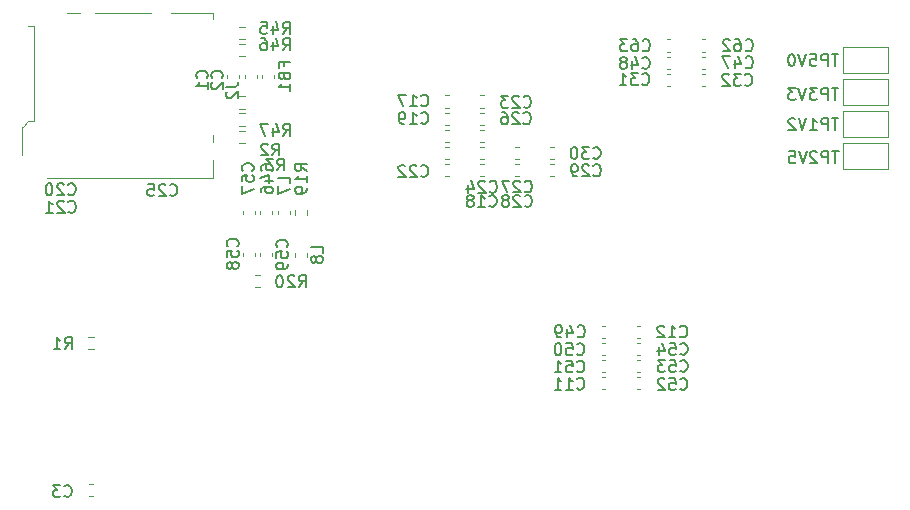
<source format=gbr>
%TF.GenerationSoftware,KiCad,Pcbnew,9.0.3*%
%TF.CreationDate,2025-10-10T02:21:22-04:00*%
%TF.ProjectId,sbc,7362632e-6b69-4636-9164-5f7063625858,rev?*%
%TF.SameCoordinates,Original*%
%TF.FileFunction,Legend,Bot*%
%TF.FilePolarity,Positive*%
%FSLAX46Y46*%
G04 Gerber Fmt 4.6, Leading zero omitted, Abs format (unit mm)*
G04 Created by KiCad (PCBNEW 9.0.3) date 2025-10-10 02:21:22*
%MOMM*%
%LPD*%
G01*
G04 APERTURE LIST*
%ADD10C,0.150000*%
%ADD11C,0.120000*%
G04 APERTURE END LIST*
D10*
X124371009Y-86556666D02*
X124371009Y-86223333D01*
X124894819Y-86223333D02*
X123894819Y-86223333D01*
X123894819Y-86223333D02*
X123894819Y-86699523D01*
X124371009Y-87413809D02*
X124418628Y-87556666D01*
X124418628Y-87556666D02*
X124466247Y-87604285D01*
X124466247Y-87604285D02*
X124561485Y-87651904D01*
X124561485Y-87651904D02*
X124704342Y-87651904D01*
X124704342Y-87651904D02*
X124799580Y-87604285D01*
X124799580Y-87604285D02*
X124847200Y-87556666D01*
X124847200Y-87556666D02*
X124894819Y-87461428D01*
X124894819Y-87461428D02*
X124894819Y-87080476D01*
X124894819Y-87080476D02*
X123894819Y-87080476D01*
X123894819Y-87080476D02*
X123894819Y-87413809D01*
X123894819Y-87413809D02*
X123942438Y-87509047D01*
X123942438Y-87509047D02*
X123990057Y-87556666D01*
X123990057Y-87556666D02*
X124085295Y-87604285D01*
X124085295Y-87604285D02*
X124180533Y-87604285D01*
X124180533Y-87604285D02*
X124275771Y-87556666D01*
X124275771Y-87556666D02*
X124323390Y-87509047D01*
X124323390Y-87509047D02*
X124371009Y-87413809D01*
X124371009Y-87413809D02*
X124371009Y-87080476D01*
X124894819Y-88604285D02*
X124894819Y-88032857D01*
X124894819Y-88318571D02*
X123894819Y-88318571D01*
X123894819Y-88318571D02*
X124037676Y-88223333D01*
X124037676Y-88223333D02*
X124132914Y-88128095D01*
X124132914Y-88128095D02*
X124180533Y-88032857D01*
X121689580Y-95397142D02*
X121737200Y-95349523D01*
X121737200Y-95349523D02*
X121784819Y-95206666D01*
X121784819Y-95206666D02*
X121784819Y-95111428D01*
X121784819Y-95111428D02*
X121737200Y-94968571D01*
X121737200Y-94968571D02*
X121641961Y-94873333D01*
X121641961Y-94873333D02*
X121546723Y-94825714D01*
X121546723Y-94825714D02*
X121356247Y-94778095D01*
X121356247Y-94778095D02*
X121213390Y-94778095D01*
X121213390Y-94778095D02*
X121022914Y-94825714D01*
X121022914Y-94825714D02*
X120927676Y-94873333D01*
X120927676Y-94873333D02*
X120832438Y-94968571D01*
X120832438Y-94968571D02*
X120784819Y-95111428D01*
X120784819Y-95111428D02*
X120784819Y-95206666D01*
X120784819Y-95206666D02*
X120832438Y-95349523D01*
X120832438Y-95349523D02*
X120880057Y-95397142D01*
X120784819Y-96301904D02*
X120784819Y-95825714D01*
X120784819Y-95825714D02*
X121261009Y-95778095D01*
X121261009Y-95778095D02*
X121213390Y-95825714D01*
X121213390Y-95825714D02*
X121165771Y-95920952D01*
X121165771Y-95920952D02*
X121165771Y-96159047D01*
X121165771Y-96159047D02*
X121213390Y-96254285D01*
X121213390Y-96254285D02*
X121261009Y-96301904D01*
X121261009Y-96301904D02*
X121356247Y-96349523D01*
X121356247Y-96349523D02*
X121594342Y-96349523D01*
X121594342Y-96349523D02*
X121689580Y-96301904D01*
X121689580Y-96301904D02*
X121737200Y-96254285D01*
X121737200Y-96254285D02*
X121784819Y-96159047D01*
X121784819Y-96159047D02*
X121784819Y-95920952D01*
X121784819Y-95920952D02*
X121737200Y-95825714D01*
X121737200Y-95825714D02*
X121689580Y-95778095D01*
X120784819Y-96682857D02*
X120784819Y-97349523D01*
X120784819Y-97349523D02*
X121784819Y-96920952D01*
X144632857Y-91349580D02*
X144680476Y-91397200D01*
X144680476Y-91397200D02*
X144823333Y-91444819D01*
X144823333Y-91444819D02*
X144918571Y-91444819D01*
X144918571Y-91444819D02*
X145061428Y-91397200D01*
X145061428Y-91397200D02*
X145156666Y-91301961D01*
X145156666Y-91301961D02*
X145204285Y-91206723D01*
X145204285Y-91206723D02*
X145251904Y-91016247D01*
X145251904Y-91016247D02*
X145251904Y-90873390D01*
X145251904Y-90873390D02*
X145204285Y-90682914D01*
X145204285Y-90682914D02*
X145156666Y-90587676D01*
X145156666Y-90587676D02*
X145061428Y-90492438D01*
X145061428Y-90492438D02*
X144918571Y-90444819D01*
X144918571Y-90444819D02*
X144823333Y-90444819D01*
X144823333Y-90444819D02*
X144680476Y-90492438D01*
X144680476Y-90492438D02*
X144632857Y-90540057D01*
X144251904Y-90540057D02*
X144204285Y-90492438D01*
X144204285Y-90492438D02*
X144109047Y-90444819D01*
X144109047Y-90444819D02*
X143870952Y-90444819D01*
X143870952Y-90444819D02*
X143775714Y-90492438D01*
X143775714Y-90492438D02*
X143728095Y-90540057D01*
X143728095Y-90540057D02*
X143680476Y-90635295D01*
X143680476Y-90635295D02*
X143680476Y-90730533D01*
X143680476Y-90730533D02*
X143728095Y-90873390D01*
X143728095Y-90873390D02*
X144299523Y-91444819D01*
X144299523Y-91444819D02*
X143680476Y-91444819D01*
X142823333Y-90444819D02*
X143013809Y-90444819D01*
X143013809Y-90444819D02*
X143109047Y-90492438D01*
X143109047Y-90492438D02*
X143156666Y-90540057D01*
X143156666Y-90540057D02*
X143251904Y-90682914D01*
X143251904Y-90682914D02*
X143299523Y-90873390D01*
X143299523Y-90873390D02*
X143299523Y-91254342D01*
X143299523Y-91254342D02*
X143251904Y-91349580D01*
X143251904Y-91349580D02*
X143204285Y-91397200D01*
X143204285Y-91397200D02*
X143109047Y-91444819D01*
X143109047Y-91444819D02*
X142918571Y-91444819D01*
X142918571Y-91444819D02*
X142823333Y-91397200D01*
X142823333Y-91397200D02*
X142775714Y-91349580D01*
X142775714Y-91349580D02*
X142728095Y-91254342D01*
X142728095Y-91254342D02*
X142728095Y-91016247D01*
X142728095Y-91016247D02*
X142775714Y-90921009D01*
X142775714Y-90921009D02*
X142823333Y-90873390D01*
X142823333Y-90873390D02*
X142918571Y-90825771D01*
X142918571Y-90825771D02*
X143109047Y-90825771D01*
X143109047Y-90825771D02*
X143204285Y-90873390D01*
X143204285Y-90873390D02*
X143251904Y-90921009D01*
X143251904Y-90921009D02*
X143299523Y-91016247D01*
X157882857Y-109409580D02*
X157930476Y-109457200D01*
X157930476Y-109457200D02*
X158073333Y-109504819D01*
X158073333Y-109504819D02*
X158168571Y-109504819D01*
X158168571Y-109504819D02*
X158311428Y-109457200D01*
X158311428Y-109457200D02*
X158406666Y-109361961D01*
X158406666Y-109361961D02*
X158454285Y-109266723D01*
X158454285Y-109266723D02*
X158501904Y-109076247D01*
X158501904Y-109076247D02*
X158501904Y-108933390D01*
X158501904Y-108933390D02*
X158454285Y-108742914D01*
X158454285Y-108742914D02*
X158406666Y-108647676D01*
X158406666Y-108647676D02*
X158311428Y-108552438D01*
X158311428Y-108552438D02*
X158168571Y-108504819D01*
X158168571Y-108504819D02*
X158073333Y-108504819D01*
X158073333Y-108504819D02*
X157930476Y-108552438D01*
X157930476Y-108552438D02*
X157882857Y-108600057D01*
X156930476Y-109504819D02*
X157501904Y-109504819D01*
X157216190Y-109504819D02*
X157216190Y-108504819D01*
X157216190Y-108504819D02*
X157311428Y-108647676D01*
X157311428Y-108647676D02*
X157406666Y-108742914D01*
X157406666Y-108742914D02*
X157501904Y-108790533D01*
X156549523Y-108600057D02*
X156501904Y-108552438D01*
X156501904Y-108552438D02*
X156406666Y-108504819D01*
X156406666Y-108504819D02*
X156168571Y-108504819D01*
X156168571Y-108504819D02*
X156073333Y-108552438D01*
X156073333Y-108552438D02*
X156025714Y-108600057D01*
X156025714Y-108600057D02*
X155978095Y-108695295D01*
X155978095Y-108695295D02*
X155978095Y-108790533D01*
X155978095Y-108790533D02*
X156025714Y-108933390D01*
X156025714Y-108933390D02*
X156597142Y-109504819D01*
X156597142Y-109504819D02*
X155978095Y-109504819D01*
X125612857Y-105244819D02*
X125946190Y-104768628D01*
X126184285Y-105244819D02*
X126184285Y-104244819D01*
X126184285Y-104244819D02*
X125803333Y-104244819D01*
X125803333Y-104244819D02*
X125708095Y-104292438D01*
X125708095Y-104292438D02*
X125660476Y-104340057D01*
X125660476Y-104340057D02*
X125612857Y-104435295D01*
X125612857Y-104435295D02*
X125612857Y-104578152D01*
X125612857Y-104578152D02*
X125660476Y-104673390D01*
X125660476Y-104673390D02*
X125708095Y-104721009D01*
X125708095Y-104721009D02*
X125803333Y-104768628D01*
X125803333Y-104768628D02*
X126184285Y-104768628D01*
X125231904Y-104340057D02*
X125184285Y-104292438D01*
X125184285Y-104292438D02*
X125089047Y-104244819D01*
X125089047Y-104244819D02*
X124850952Y-104244819D01*
X124850952Y-104244819D02*
X124755714Y-104292438D01*
X124755714Y-104292438D02*
X124708095Y-104340057D01*
X124708095Y-104340057D02*
X124660476Y-104435295D01*
X124660476Y-104435295D02*
X124660476Y-104530533D01*
X124660476Y-104530533D02*
X124708095Y-104673390D01*
X124708095Y-104673390D02*
X125279523Y-105244819D01*
X125279523Y-105244819D02*
X124660476Y-105244819D01*
X124041428Y-104244819D02*
X123946190Y-104244819D01*
X123946190Y-104244819D02*
X123850952Y-104292438D01*
X123850952Y-104292438D02*
X123803333Y-104340057D01*
X123803333Y-104340057D02*
X123755714Y-104435295D01*
X123755714Y-104435295D02*
X123708095Y-104625771D01*
X123708095Y-104625771D02*
X123708095Y-104863866D01*
X123708095Y-104863866D02*
X123755714Y-105054342D01*
X123755714Y-105054342D02*
X123803333Y-105149580D01*
X123803333Y-105149580D02*
X123850952Y-105197200D01*
X123850952Y-105197200D02*
X123946190Y-105244819D01*
X123946190Y-105244819D02*
X124041428Y-105244819D01*
X124041428Y-105244819D02*
X124136666Y-105197200D01*
X124136666Y-105197200D02*
X124184285Y-105149580D01*
X124184285Y-105149580D02*
X124231904Y-105054342D01*
X124231904Y-105054342D02*
X124279523Y-104863866D01*
X124279523Y-104863866D02*
X124279523Y-104625771D01*
X124279523Y-104625771D02*
X124231904Y-104435295D01*
X124231904Y-104435295D02*
X124184285Y-104340057D01*
X124184285Y-104340057D02*
X124136666Y-104292438D01*
X124136666Y-104292438D02*
X124041428Y-104244819D01*
X171296666Y-88384819D02*
X170725238Y-88384819D01*
X171010952Y-89384819D02*
X171010952Y-88384819D01*
X170391904Y-89384819D02*
X170391904Y-88384819D01*
X170391904Y-88384819D02*
X170010952Y-88384819D01*
X170010952Y-88384819D02*
X169915714Y-88432438D01*
X169915714Y-88432438D02*
X169868095Y-88480057D01*
X169868095Y-88480057D02*
X169820476Y-88575295D01*
X169820476Y-88575295D02*
X169820476Y-88718152D01*
X169820476Y-88718152D02*
X169868095Y-88813390D01*
X169868095Y-88813390D02*
X169915714Y-88861009D01*
X169915714Y-88861009D02*
X170010952Y-88908628D01*
X170010952Y-88908628D02*
X170391904Y-88908628D01*
X169487142Y-88384819D02*
X168868095Y-88384819D01*
X168868095Y-88384819D02*
X169201428Y-88765771D01*
X169201428Y-88765771D02*
X169058571Y-88765771D01*
X169058571Y-88765771D02*
X168963333Y-88813390D01*
X168963333Y-88813390D02*
X168915714Y-88861009D01*
X168915714Y-88861009D02*
X168868095Y-88956247D01*
X168868095Y-88956247D02*
X168868095Y-89194342D01*
X168868095Y-89194342D02*
X168915714Y-89289580D01*
X168915714Y-89289580D02*
X168963333Y-89337200D01*
X168963333Y-89337200D02*
X169058571Y-89384819D01*
X169058571Y-89384819D02*
X169344285Y-89384819D01*
X169344285Y-89384819D02*
X169439523Y-89337200D01*
X169439523Y-89337200D02*
X169487142Y-89289580D01*
X168582380Y-88384819D02*
X168249047Y-89384819D01*
X168249047Y-89384819D02*
X167915714Y-88384819D01*
X167677618Y-88384819D02*
X167058571Y-88384819D01*
X167058571Y-88384819D02*
X167391904Y-88765771D01*
X167391904Y-88765771D02*
X167249047Y-88765771D01*
X167249047Y-88765771D02*
X167153809Y-88813390D01*
X167153809Y-88813390D02*
X167106190Y-88861009D01*
X167106190Y-88861009D02*
X167058571Y-88956247D01*
X167058571Y-88956247D02*
X167058571Y-89194342D01*
X167058571Y-89194342D02*
X167106190Y-89289580D01*
X167106190Y-89289580D02*
X167153809Y-89337200D01*
X167153809Y-89337200D02*
X167249047Y-89384819D01*
X167249047Y-89384819D02*
X167534761Y-89384819D01*
X167534761Y-89384819D02*
X167629999Y-89337200D01*
X167629999Y-89337200D02*
X167677618Y-89289580D01*
X127644819Y-102325833D02*
X127644819Y-101849643D01*
X127644819Y-101849643D02*
X126644819Y-101849643D01*
X127073390Y-102802024D02*
X127025771Y-102706786D01*
X127025771Y-102706786D02*
X126978152Y-102659167D01*
X126978152Y-102659167D02*
X126882914Y-102611548D01*
X126882914Y-102611548D02*
X126835295Y-102611548D01*
X126835295Y-102611548D02*
X126740057Y-102659167D01*
X126740057Y-102659167D02*
X126692438Y-102706786D01*
X126692438Y-102706786D02*
X126644819Y-102802024D01*
X126644819Y-102802024D02*
X126644819Y-102992500D01*
X126644819Y-102992500D02*
X126692438Y-103087738D01*
X126692438Y-103087738D02*
X126740057Y-103135357D01*
X126740057Y-103135357D02*
X126835295Y-103182976D01*
X126835295Y-103182976D02*
X126882914Y-103182976D01*
X126882914Y-103182976D02*
X126978152Y-103135357D01*
X126978152Y-103135357D02*
X127025771Y-103087738D01*
X127025771Y-103087738D02*
X127073390Y-102992500D01*
X127073390Y-102992500D02*
X127073390Y-102802024D01*
X127073390Y-102802024D02*
X127121009Y-102706786D01*
X127121009Y-102706786D02*
X127168628Y-102659167D01*
X127168628Y-102659167D02*
X127263866Y-102611548D01*
X127263866Y-102611548D02*
X127454342Y-102611548D01*
X127454342Y-102611548D02*
X127549580Y-102659167D01*
X127549580Y-102659167D02*
X127597200Y-102706786D01*
X127597200Y-102706786D02*
X127644819Y-102802024D01*
X127644819Y-102802024D02*
X127644819Y-102992500D01*
X127644819Y-102992500D02*
X127597200Y-103087738D01*
X127597200Y-103087738D02*
X127549580Y-103135357D01*
X127549580Y-103135357D02*
X127454342Y-103182976D01*
X127454342Y-103182976D02*
X127263866Y-103182976D01*
X127263866Y-103182976D02*
X127168628Y-103135357D01*
X127168628Y-103135357D02*
X127121009Y-103087738D01*
X127121009Y-103087738D02*
X127073390Y-102992500D01*
X163437857Y-86619580D02*
X163485476Y-86667200D01*
X163485476Y-86667200D02*
X163628333Y-86714819D01*
X163628333Y-86714819D02*
X163723571Y-86714819D01*
X163723571Y-86714819D02*
X163866428Y-86667200D01*
X163866428Y-86667200D02*
X163961666Y-86571961D01*
X163961666Y-86571961D02*
X164009285Y-86476723D01*
X164009285Y-86476723D02*
X164056904Y-86286247D01*
X164056904Y-86286247D02*
X164056904Y-86143390D01*
X164056904Y-86143390D02*
X164009285Y-85952914D01*
X164009285Y-85952914D02*
X163961666Y-85857676D01*
X163961666Y-85857676D02*
X163866428Y-85762438D01*
X163866428Y-85762438D02*
X163723571Y-85714819D01*
X163723571Y-85714819D02*
X163628333Y-85714819D01*
X163628333Y-85714819D02*
X163485476Y-85762438D01*
X163485476Y-85762438D02*
X163437857Y-85810057D01*
X162580714Y-86048152D02*
X162580714Y-86714819D01*
X162818809Y-85667200D02*
X163056904Y-86381485D01*
X163056904Y-86381485D02*
X162437857Y-86381485D01*
X162152142Y-85714819D02*
X161485476Y-85714819D01*
X161485476Y-85714819D02*
X161914047Y-86714819D01*
X123773666Y-95363419D02*
X124106999Y-94887228D01*
X124345094Y-95363419D02*
X124345094Y-94363419D01*
X124345094Y-94363419D02*
X123964142Y-94363419D01*
X123964142Y-94363419D02*
X123868904Y-94411038D01*
X123868904Y-94411038D02*
X123821285Y-94458657D01*
X123821285Y-94458657D02*
X123773666Y-94553895D01*
X123773666Y-94553895D02*
X123773666Y-94696752D01*
X123773666Y-94696752D02*
X123821285Y-94791990D01*
X123821285Y-94791990D02*
X123868904Y-94839609D01*
X123868904Y-94839609D02*
X123964142Y-94887228D01*
X123964142Y-94887228D02*
X124345094Y-94887228D01*
X123440332Y-94363419D02*
X122821285Y-94363419D01*
X122821285Y-94363419D02*
X123154618Y-94744371D01*
X123154618Y-94744371D02*
X123011761Y-94744371D01*
X123011761Y-94744371D02*
X122916523Y-94791990D01*
X122916523Y-94791990D02*
X122868904Y-94839609D01*
X122868904Y-94839609D02*
X122821285Y-94934847D01*
X122821285Y-94934847D02*
X122821285Y-95172942D01*
X122821285Y-95172942D02*
X122868904Y-95268180D01*
X122868904Y-95268180D02*
X122916523Y-95315800D01*
X122916523Y-95315800D02*
X123011761Y-95363419D01*
X123011761Y-95363419D02*
X123297475Y-95363419D01*
X123297475Y-95363419D02*
X123392713Y-95315800D01*
X123392713Y-95315800D02*
X123440332Y-95268180D01*
X157912857Y-112339580D02*
X157960476Y-112387200D01*
X157960476Y-112387200D02*
X158103333Y-112434819D01*
X158103333Y-112434819D02*
X158198571Y-112434819D01*
X158198571Y-112434819D02*
X158341428Y-112387200D01*
X158341428Y-112387200D02*
X158436666Y-112291961D01*
X158436666Y-112291961D02*
X158484285Y-112196723D01*
X158484285Y-112196723D02*
X158531904Y-112006247D01*
X158531904Y-112006247D02*
X158531904Y-111863390D01*
X158531904Y-111863390D02*
X158484285Y-111672914D01*
X158484285Y-111672914D02*
X158436666Y-111577676D01*
X158436666Y-111577676D02*
X158341428Y-111482438D01*
X158341428Y-111482438D02*
X158198571Y-111434819D01*
X158198571Y-111434819D02*
X158103333Y-111434819D01*
X158103333Y-111434819D02*
X157960476Y-111482438D01*
X157960476Y-111482438D02*
X157912857Y-111530057D01*
X157008095Y-111434819D02*
X157484285Y-111434819D01*
X157484285Y-111434819D02*
X157531904Y-111911009D01*
X157531904Y-111911009D02*
X157484285Y-111863390D01*
X157484285Y-111863390D02*
X157389047Y-111815771D01*
X157389047Y-111815771D02*
X157150952Y-111815771D01*
X157150952Y-111815771D02*
X157055714Y-111863390D01*
X157055714Y-111863390D02*
X157008095Y-111911009D01*
X157008095Y-111911009D02*
X156960476Y-112006247D01*
X156960476Y-112006247D02*
X156960476Y-112244342D01*
X156960476Y-112244342D02*
X157008095Y-112339580D01*
X157008095Y-112339580D02*
X157055714Y-112387200D01*
X157055714Y-112387200D02*
X157150952Y-112434819D01*
X157150952Y-112434819D02*
X157389047Y-112434819D01*
X157389047Y-112434819D02*
X157484285Y-112387200D01*
X157484285Y-112387200D02*
X157531904Y-112339580D01*
X156627142Y-111434819D02*
X156008095Y-111434819D01*
X156008095Y-111434819D02*
X156341428Y-111815771D01*
X156341428Y-111815771D02*
X156198571Y-111815771D01*
X156198571Y-111815771D02*
X156103333Y-111863390D01*
X156103333Y-111863390D02*
X156055714Y-111911009D01*
X156055714Y-111911009D02*
X156008095Y-112006247D01*
X156008095Y-112006247D02*
X156008095Y-112244342D01*
X156008095Y-112244342D02*
X156055714Y-112339580D01*
X156055714Y-112339580D02*
X156103333Y-112387200D01*
X156103333Y-112387200D02*
X156198571Y-112434819D01*
X156198571Y-112434819D02*
X156484285Y-112434819D01*
X156484285Y-112434819D02*
X156579523Y-112387200D01*
X156579523Y-112387200D02*
X156627142Y-112339580D01*
X119091580Y-87532333D02*
X119139200Y-87484714D01*
X119139200Y-87484714D02*
X119186819Y-87341857D01*
X119186819Y-87341857D02*
X119186819Y-87246619D01*
X119186819Y-87246619D02*
X119139200Y-87103762D01*
X119139200Y-87103762D02*
X119043961Y-87008524D01*
X119043961Y-87008524D02*
X118948723Y-86960905D01*
X118948723Y-86960905D02*
X118758247Y-86913286D01*
X118758247Y-86913286D02*
X118615390Y-86913286D01*
X118615390Y-86913286D02*
X118424914Y-86960905D01*
X118424914Y-86960905D02*
X118329676Y-87008524D01*
X118329676Y-87008524D02*
X118234438Y-87103762D01*
X118234438Y-87103762D02*
X118186819Y-87246619D01*
X118186819Y-87246619D02*
X118186819Y-87341857D01*
X118186819Y-87341857D02*
X118234438Y-87484714D01*
X118234438Y-87484714D02*
X118282057Y-87532333D01*
X118282057Y-87913286D02*
X118234438Y-87960905D01*
X118234438Y-87960905D02*
X118186819Y-88056143D01*
X118186819Y-88056143D02*
X118186819Y-88294238D01*
X118186819Y-88294238D02*
X118234438Y-88389476D01*
X118234438Y-88389476D02*
X118282057Y-88437095D01*
X118282057Y-88437095D02*
X118377295Y-88484714D01*
X118377295Y-88484714D02*
X118472533Y-88484714D01*
X118472533Y-88484714D02*
X118615390Y-88437095D01*
X118615390Y-88437095D02*
X119186819Y-87865667D01*
X119186819Y-87865667D02*
X119186819Y-88484714D01*
X149172857Y-113829580D02*
X149220476Y-113877200D01*
X149220476Y-113877200D02*
X149363333Y-113924819D01*
X149363333Y-113924819D02*
X149458571Y-113924819D01*
X149458571Y-113924819D02*
X149601428Y-113877200D01*
X149601428Y-113877200D02*
X149696666Y-113781961D01*
X149696666Y-113781961D02*
X149744285Y-113686723D01*
X149744285Y-113686723D02*
X149791904Y-113496247D01*
X149791904Y-113496247D02*
X149791904Y-113353390D01*
X149791904Y-113353390D02*
X149744285Y-113162914D01*
X149744285Y-113162914D02*
X149696666Y-113067676D01*
X149696666Y-113067676D02*
X149601428Y-112972438D01*
X149601428Y-112972438D02*
X149458571Y-112924819D01*
X149458571Y-112924819D02*
X149363333Y-112924819D01*
X149363333Y-112924819D02*
X149220476Y-112972438D01*
X149220476Y-112972438D02*
X149172857Y-113020057D01*
X148220476Y-113924819D02*
X148791904Y-113924819D01*
X148506190Y-113924819D02*
X148506190Y-112924819D01*
X148506190Y-112924819D02*
X148601428Y-113067676D01*
X148601428Y-113067676D02*
X148696666Y-113162914D01*
X148696666Y-113162914D02*
X148791904Y-113210533D01*
X147268095Y-113924819D02*
X147839523Y-113924819D01*
X147553809Y-113924819D02*
X147553809Y-112924819D01*
X147553809Y-112924819D02*
X147649047Y-113067676D01*
X147649047Y-113067676D02*
X147744285Y-113162914D01*
X147744285Y-113162914D02*
X147839523Y-113210533D01*
X171306666Y-90954819D02*
X170735238Y-90954819D01*
X171020952Y-91954819D02*
X171020952Y-90954819D01*
X170401904Y-91954819D02*
X170401904Y-90954819D01*
X170401904Y-90954819D02*
X170020952Y-90954819D01*
X170020952Y-90954819D02*
X169925714Y-91002438D01*
X169925714Y-91002438D02*
X169878095Y-91050057D01*
X169878095Y-91050057D02*
X169830476Y-91145295D01*
X169830476Y-91145295D02*
X169830476Y-91288152D01*
X169830476Y-91288152D02*
X169878095Y-91383390D01*
X169878095Y-91383390D02*
X169925714Y-91431009D01*
X169925714Y-91431009D02*
X170020952Y-91478628D01*
X170020952Y-91478628D02*
X170401904Y-91478628D01*
X168878095Y-91954819D02*
X169449523Y-91954819D01*
X169163809Y-91954819D02*
X169163809Y-90954819D01*
X169163809Y-90954819D02*
X169259047Y-91097676D01*
X169259047Y-91097676D02*
X169354285Y-91192914D01*
X169354285Y-91192914D02*
X169449523Y-91240533D01*
X168592380Y-90954819D02*
X168259047Y-91954819D01*
X168259047Y-91954819D02*
X167925714Y-90954819D01*
X167639999Y-91050057D02*
X167592380Y-91002438D01*
X167592380Y-91002438D02*
X167497142Y-90954819D01*
X167497142Y-90954819D02*
X167259047Y-90954819D01*
X167259047Y-90954819D02*
X167163809Y-91002438D01*
X167163809Y-91002438D02*
X167116190Y-91050057D01*
X167116190Y-91050057D02*
X167068571Y-91145295D01*
X167068571Y-91145295D02*
X167068571Y-91240533D01*
X167068571Y-91240533D02*
X167116190Y-91383390D01*
X167116190Y-91383390D02*
X167687618Y-91954819D01*
X167687618Y-91954819D02*
X167068571Y-91954819D01*
X114701057Y-97432780D02*
X114748676Y-97480400D01*
X114748676Y-97480400D02*
X114891533Y-97528019D01*
X114891533Y-97528019D02*
X114986771Y-97528019D01*
X114986771Y-97528019D02*
X115129628Y-97480400D01*
X115129628Y-97480400D02*
X115224866Y-97385161D01*
X115224866Y-97385161D02*
X115272485Y-97289923D01*
X115272485Y-97289923D02*
X115320104Y-97099447D01*
X115320104Y-97099447D02*
X115320104Y-96956590D01*
X115320104Y-96956590D02*
X115272485Y-96766114D01*
X115272485Y-96766114D02*
X115224866Y-96670876D01*
X115224866Y-96670876D02*
X115129628Y-96575638D01*
X115129628Y-96575638D02*
X114986771Y-96528019D01*
X114986771Y-96528019D02*
X114891533Y-96528019D01*
X114891533Y-96528019D02*
X114748676Y-96575638D01*
X114748676Y-96575638D02*
X114701057Y-96623257D01*
X114320104Y-96623257D02*
X114272485Y-96575638D01*
X114272485Y-96575638D02*
X114177247Y-96528019D01*
X114177247Y-96528019D02*
X113939152Y-96528019D01*
X113939152Y-96528019D02*
X113843914Y-96575638D01*
X113843914Y-96575638D02*
X113796295Y-96623257D01*
X113796295Y-96623257D02*
X113748676Y-96718495D01*
X113748676Y-96718495D02*
X113748676Y-96813733D01*
X113748676Y-96813733D02*
X113796295Y-96956590D01*
X113796295Y-96956590D02*
X114367723Y-97528019D01*
X114367723Y-97528019D02*
X113748676Y-97528019D01*
X112843914Y-96528019D02*
X113320104Y-96528019D01*
X113320104Y-96528019D02*
X113367723Y-97004209D01*
X113367723Y-97004209D02*
X113320104Y-96956590D01*
X113320104Y-96956590D02*
X113224866Y-96908971D01*
X113224866Y-96908971D02*
X112986771Y-96908971D01*
X112986771Y-96908971D02*
X112891533Y-96956590D01*
X112891533Y-96956590D02*
X112843914Y-97004209D01*
X112843914Y-97004209D02*
X112796295Y-97099447D01*
X112796295Y-97099447D02*
X112796295Y-97337542D01*
X112796295Y-97337542D02*
X112843914Y-97432780D01*
X112843914Y-97432780D02*
X112891533Y-97480400D01*
X112891533Y-97480400D02*
X112986771Y-97528019D01*
X112986771Y-97528019D02*
X113224866Y-97528019D01*
X113224866Y-97528019D02*
X113320104Y-97480400D01*
X113320104Y-97480400D02*
X113367723Y-97432780D01*
X119474819Y-88266666D02*
X120189104Y-88266666D01*
X120189104Y-88266666D02*
X120331961Y-88219047D01*
X120331961Y-88219047D02*
X120427200Y-88123809D01*
X120427200Y-88123809D02*
X120474819Y-87980952D01*
X120474819Y-87980952D02*
X120474819Y-87885714D01*
X119570057Y-88695238D02*
X119522438Y-88742857D01*
X119522438Y-88742857D02*
X119474819Y-88838095D01*
X119474819Y-88838095D02*
X119474819Y-89076190D01*
X119474819Y-89076190D02*
X119522438Y-89171428D01*
X119522438Y-89171428D02*
X119570057Y-89219047D01*
X119570057Y-89219047D02*
X119665295Y-89266666D01*
X119665295Y-89266666D02*
X119760533Y-89266666D01*
X119760533Y-89266666D02*
X119903390Y-89219047D01*
X119903390Y-89219047D02*
X120474819Y-88647619D01*
X120474819Y-88647619D02*
X120474819Y-89266666D01*
X123309580Y-95407142D02*
X123357200Y-95359523D01*
X123357200Y-95359523D02*
X123404819Y-95216666D01*
X123404819Y-95216666D02*
X123404819Y-95121428D01*
X123404819Y-95121428D02*
X123357200Y-94978571D01*
X123357200Y-94978571D02*
X123261961Y-94883333D01*
X123261961Y-94883333D02*
X123166723Y-94835714D01*
X123166723Y-94835714D02*
X122976247Y-94788095D01*
X122976247Y-94788095D02*
X122833390Y-94788095D01*
X122833390Y-94788095D02*
X122642914Y-94835714D01*
X122642914Y-94835714D02*
X122547676Y-94883333D01*
X122547676Y-94883333D02*
X122452438Y-94978571D01*
X122452438Y-94978571D02*
X122404819Y-95121428D01*
X122404819Y-95121428D02*
X122404819Y-95216666D01*
X122404819Y-95216666D02*
X122452438Y-95359523D01*
X122452438Y-95359523D02*
X122500057Y-95407142D01*
X122738152Y-96264285D02*
X123404819Y-96264285D01*
X122357200Y-96026190D02*
X123071485Y-95788095D01*
X123071485Y-95788095D02*
X123071485Y-96407142D01*
X122404819Y-97216666D02*
X122404819Y-97026190D01*
X122404819Y-97026190D02*
X122452438Y-96930952D01*
X122452438Y-96930952D02*
X122500057Y-96883333D01*
X122500057Y-96883333D02*
X122642914Y-96788095D01*
X122642914Y-96788095D02*
X122833390Y-96740476D01*
X122833390Y-96740476D02*
X123214342Y-96740476D01*
X123214342Y-96740476D02*
X123309580Y-96788095D01*
X123309580Y-96788095D02*
X123357200Y-96835714D01*
X123357200Y-96835714D02*
X123404819Y-96930952D01*
X123404819Y-96930952D02*
X123404819Y-97121428D01*
X123404819Y-97121428D02*
X123357200Y-97216666D01*
X123357200Y-97216666D02*
X123309580Y-97264285D01*
X123309580Y-97264285D02*
X123214342Y-97311904D01*
X123214342Y-97311904D02*
X122976247Y-97311904D01*
X122976247Y-97311904D02*
X122881009Y-97264285D01*
X122881009Y-97264285D02*
X122833390Y-97216666D01*
X122833390Y-97216666D02*
X122785771Y-97121428D01*
X122785771Y-97121428D02*
X122785771Y-96930952D01*
X122785771Y-96930952D02*
X122833390Y-96835714D01*
X122833390Y-96835714D02*
X122881009Y-96788095D01*
X122881009Y-96788095D02*
X122976247Y-96740476D01*
X124262857Y-85196819D02*
X124596190Y-84720628D01*
X124834285Y-85196819D02*
X124834285Y-84196819D01*
X124834285Y-84196819D02*
X124453333Y-84196819D01*
X124453333Y-84196819D02*
X124358095Y-84244438D01*
X124358095Y-84244438D02*
X124310476Y-84292057D01*
X124310476Y-84292057D02*
X124262857Y-84387295D01*
X124262857Y-84387295D02*
X124262857Y-84530152D01*
X124262857Y-84530152D02*
X124310476Y-84625390D01*
X124310476Y-84625390D02*
X124358095Y-84673009D01*
X124358095Y-84673009D02*
X124453333Y-84720628D01*
X124453333Y-84720628D02*
X124834285Y-84720628D01*
X123405714Y-84530152D02*
X123405714Y-85196819D01*
X123643809Y-84149200D02*
X123881904Y-84863485D01*
X123881904Y-84863485D02*
X123262857Y-84863485D01*
X122453333Y-84196819D02*
X122643809Y-84196819D01*
X122643809Y-84196819D02*
X122739047Y-84244438D01*
X122739047Y-84244438D02*
X122786666Y-84292057D01*
X122786666Y-84292057D02*
X122881904Y-84434914D01*
X122881904Y-84434914D02*
X122929523Y-84625390D01*
X122929523Y-84625390D02*
X122929523Y-85006342D01*
X122929523Y-85006342D02*
X122881904Y-85101580D01*
X122881904Y-85101580D02*
X122834285Y-85149200D01*
X122834285Y-85149200D02*
X122739047Y-85196819D01*
X122739047Y-85196819D02*
X122548571Y-85196819D01*
X122548571Y-85196819D02*
X122453333Y-85149200D01*
X122453333Y-85149200D02*
X122405714Y-85101580D01*
X122405714Y-85101580D02*
X122358095Y-85006342D01*
X122358095Y-85006342D02*
X122358095Y-84768247D01*
X122358095Y-84768247D02*
X122405714Y-84673009D01*
X122405714Y-84673009D02*
X122453333Y-84625390D01*
X122453333Y-84625390D02*
X122548571Y-84577771D01*
X122548571Y-84577771D02*
X122739047Y-84577771D01*
X122739047Y-84577771D02*
X122834285Y-84625390D01*
X122834285Y-84625390D02*
X122881904Y-84673009D01*
X122881904Y-84673009D02*
X122929523Y-84768247D01*
X135972857Y-89859580D02*
X136020476Y-89907200D01*
X136020476Y-89907200D02*
X136163333Y-89954819D01*
X136163333Y-89954819D02*
X136258571Y-89954819D01*
X136258571Y-89954819D02*
X136401428Y-89907200D01*
X136401428Y-89907200D02*
X136496666Y-89811961D01*
X136496666Y-89811961D02*
X136544285Y-89716723D01*
X136544285Y-89716723D02*
X136591904Y-89526247D01*
X136591904Y-89526247D02*
X136591904Y-89383390D01*
X136591904Y-89383390D02*
X136544285Y-89192914D01*
X136544285Y-89192914D02*
X136496666Y-89097676D01*
X136496666Y-89097676D02*
X136401428Y-89002438D01*
X136401428Y-89002438D02*
X136258571Y-88954819D01*
X136258571Y-88954819D02*
X136163333Y-88954819D01*
X136163333Y-88954819D02*
X136020476Y-89002438D01*
X136020476Y-89002438D02*
X135972857Y-89050057D01*
X135020476Y-89954819D02*
X135591904Y-89954819D01*
X135306190Y-89954819D02*
X135306190Y-88954819D01*
X135306190Y-88954819D02*
X135401428Y-89097676D01*
X135401428Y-89097676D02*
X135496666Y-89192914D01*
X135496666Y-89192914D02*
X135591904Y-89240533D01*
X134687142Y-88954819D02*
X134020476Y-88954819D01*
X134020476Y-88954819D02*
X134449047Y-89954819D01*
X144732857Y-97129580D02*
X144780476Y-97177200D01*
X144780476Y-97177200D02*
X144923333Y-97224819D01*
X144923333Y-97224819D02*
X145018571Y-97224819D01*
X145018571Y-97224819D02*
X145161428Y-97177200D01*
X145161428Y-97177200D02*
X145256666Y-97081961D01*
X145256666Y-97081961D02*
X145304285Y-96986723D01*
X145304285Y-96986723D02*
X145351904Y-96796247D01*
X145351904Y-96796247D02*
X145351904Y-96653390D01*
X145351904Y-96653390D02*
X145304285Y-96462914D01*
X145304285Y-96462914D02*
X145256666Y-96367676D01*
X145256666Y-96367676D02*
X145161428Y-96272438D01*
X145161428Y-96272438D02*
X145018571Y-96224819D01*
X145018571Y-96224819D02*
X144923333Y-96224819D01*
X144923333Y-96224819D02*
X144780476Y-96272438D01*
X144780476Y-96272438D02*
X144732857Y-96320057D01*
X144351904Y-96320057D02*
X144304285Y-96272438D01*
X144304285Y-96272438D02*
X144209047Y-96224819D01*
X144209047Y-96224819D02*
X143970952Y-96224819D01*
X143970952Y-96224819D02*
X143875714Y-96272438D01*
X143875714Y-96272438D02*
X143828095Y-96320057D01*
X143828095Y-96320057D02*
X143780476Y-96415295D01*
X143780476Y-96415295D02*
X143780476Y-96510533D01*
X143780476Y-96510533D02*
X143828095Y-96653390D01*
X143828095Y-96653390D02*
X144399523Y-97224819D01*
X144399523Y-97224819D02*
X143780476Y-97224819D01*
X143447142Y-96224819D02*
X142780476Y-96224819D01*
X142780476Y-96224819D02*
X143209047Y-97224819D01*
X154682857Y-88049580D02*
X154730476Y-88097200D01*
X154730476Y-88097200D02*
X154873333Y-88144819D01*
X154873333Y-88144819D02*
X154968571Y-88144819D01*
X154968571Y-88144819D02*
X155111428Y-88097200D01*
X155111428Y-88097200D02*
X155206666Y-88001961D01*
X155206666Y-88001961D02*
X155254285Y-87906723D01*
X155254285Y-87906723D02*
X155301904Y-87716247D01*
X155301904Y-87716247D02*
X155301904Y-87573390D01*
X155301904Y-87573390D02*
X155254285Y-87382914D01*
X155254285Y-87382914D02*
X155206666Y-87287676D01*
X155206666Y-87287676D02*
X155111428Y-87192438D01*
X155111428Y-87192438D02*
X154968571Y-87144819D01*
X154968571Y-87144819D02*
X154873333Y-87144819D01*
X154873333Y-87144819D02*
X154730476Y-87192438D01*
X154730476Y-87192438D02*
X154682857Y-87240057D01*
X154349523Y-87144819D02*
X153730476Y-87144819D01*
X153730476Y-87144819D02*
X154063809Y-87525771D01*
X154063809Y-87525771D02*
X153920952Y-87525771D01*
X153920952Y-87525771D02*
X153825714Y-87573390D01*
X153825714Y-87573390D02*
X153778095Y-87621009D01*
X153778095Y-87621009D02*
X153730476Y-87716247D01*
X153730476Y-87716247D02*
X153730476Y-87954342D01*
X153730476Y-87954342D02*
X153778095Y-88049580D01*
X153778095Y-88049580D02*
X153825714Y-88097200D01*
X153825714Y-88097200D02*
X153920952Y-88144819D01*
X153920952Y-88144819D02*
X154206666Y-88144819D01*
X154206666Y-88144819D02*
X154301904Y-88097200D01*
X154301904Y-88097200D02*
X154349523Y-88049580D01*
X152778095Y-88144819D02*
X153349523Y-88144819D01*
X153063809Y-88144819D02*
X153063809Y-87144819D01*
X153063809Y-87144819D02*
X153159047Y-87287676D01*
X153159047Y-87287676D02*
X153254285Y-87382914D01*
X153254285Y-87382914D02*
X153349523Y-87430533D01*
X124589580Y-101847142D02*
X124637200Y-101799523D01*
X124637200Y-101799523D02*
X124684819Y-101656666D01*
X124684819Y-101656666D02*
X124684819Y-101561428D01*
X124684819Y-101561428D02*
X124637200Y-101418571D01*
X124637200Y-101418571D02*
X124541961Y-101323333D01*
X124541961Y-101323333D02*
X124446723Y-101275714D01*
X124446723Y-101275714D02*
X124256247Y-101228095D01*
X124256247Y-101228095D02*
X124113390Y-101228095D01*
X124113390Y-101228095D02*
X123922914Y-101275714D01*
X123922914Y-101275714D02*
X123827676Y-101323333D01*
X123827676Y-101323333D02*
X123732438Y-101418571D01*
X123732438Y-101418571D02*
X123684819Y-101561428D01*
X123684819Y-101561428D02*
X123684819Y-101656666D01*
X123684819Y-101656666D02*
X123732438Y-101799523D01*
X123732438Y-101799523D02*
X123780057Y-101847142D01*
X123684819Y-102751904D02*
X123684819Y-102275714D01*
X123684819Y-102275714D02*
X124161009Y-102228095D01*
X124161009Y-102228095D02*
X124113390Y-102275714D01*
X124113390Y-102275714D02*
X124065771Y-102370952D01*
X124065771Y-102370952D02*
X124065771Y-102609047D01*
X124065771Y-102609047D02*
X124113390Y-102704285D01*
X124113390Y-102704285D02*
X124161009Y-102751904D01*
X124161009Y-102751904D02*
X124256247Y-102799523D01*
X124256247Y-102799523D02*
X124494342Y-102799523D01*
X124494342Y-102799523D02*
X124589580Y-102751904D01*
X124589580Y-102751904D02*
X124637200Y-102704285D01*
X124637200Y-102704285D02*
X124684819Y-102609047D01*
X124684819Y-102609047D02*
X124684819Y-102370952D01*
X124684819Y-102370952D02*
X124637200Y-102275714D01*
X124637200Y-102275714D02*
X124589580Y-102228095D01*
X124684819Y-103275714D02*
X124684819Y-103466190D01*
X124684819Y-103466190D02*
X124637200Y-103561428D01*
X124637200Y-103561428D02*
X124589580Y-103609047D01*
X124589580Y-103609047D02*
X124446723Y-103704285D01*
X124446723Y-103704285D02*
X124256247Y-103751904D01*
X124256247Y-103751904D02*
X123875295Y-103751904D01*
X123875295Y-103751904D02*
X123780057Y-103704285D01*
X123780057Y-103704285D02*
X123732438Y-103656666D01*
X123732438Y-103656666D02*
X123684819Y-103561428D01*
X123684819Y-103561428D02*
X123684819Y-103370952D01*
X123684819Y-103370952D02*
X123732438Y-103275714D01*
X123732438Y-103275714D02*
X123780057Y-103228095D01*
X123780057Y-103228095D02*
X123875295Y-103180476D01*
X123875295Y-103180476D02*
X124113390Y-103180476D01*
X124113390Y-103180476D02*
X124208628Y-103228095D01*
X124208628Y-103228095D02*
X124256247Y-103275714D01*
X124256247Y-103275714D02*
X124303866Y-103370952D01*
X124303866Y-103370952D02*
X124303866Y-103561428D01*
X124303866Y-103561428D02*
X124256247Y-103656666D01*
X124256247Y-103656666D02*
X124208628Y-103704285D01*
X124208628Y-103704285D02*
X124113390Y-103751904D01*
X106091057Y-97372780D02*
X106138676Y-97420400D01*
X106138676Y-97420400D02*
X106281533Y-97468019D01*
X106281533Y-97468019D02*
X106376771Y-97468019D01*
X106376771Y-97468019D02*
X106519628Y-97420400D01*
X106519628Y-97420400D02*
X106614866Y-97325161D01*
X106614866Y-97325161D02*
X106662485Y-97229923D01*
X106662485Y-97229923D02*
X106710104Y-97039447D01*
X106710104Y-97039447D02*
X106710104Y-96896590D01*
X106710104Y-96896590D02*
X106662485Y-96706114D01*
X106662485Y-96706114D02*
X106614866Y-96610876D01*
X106614866Y-96610876D02*
X106519628Y-96515638D01*
X106519628Y-96515638D02*
X106376771Y-96468019D01*
X106376771Y-96468019D02*
X106281533Y-96468019D01*
X106281533Y-96468019D02*
X106138676Y-96515638D01*
X106138676Y-96515638D02*
X106091057Y-96563257D01*
X105710104Y-96563257D02*
X105662485Y-96515638D01*
X105662485Y-96515638D02*
X105567247Y-96468019D01*
X105567247Y-96468019D02*
X105329152Y-96468019D01*
X105329152Y-96468019D02*
X105233914Y-96515638D01*
X105233914Y-96515638D02*
X105186295Y-96563257D01*
X105186295Y-96563257D02*
X105138676Y-96658495D01*
X105138676Y-96658495D02*
X105138676Y-96753733D01*
X105138676Y-96753733D02*
X105186295Y-96896590D01*
X105186295Y-96896590D02*
X105757723Y-97468019D01*
X105757723Y-97468019D02*
X105138676Y-97468019D01*
X104519628Y-96468019D02*
X104424390Y-96468019D01*
X104424390Y-96468019D02*
X104329152Y-96515638D01*
X104329152Y-96515638D02*
X104281533Y-96563257D01*
X104281533Y-96563257D02*
X104233914Y-96658495D01*
X104233914Y-96658495D02*
X104186295Y-96848971D01*
X104186295Y-96848971D02*
X104186295Y-97087066D01*
X104186295Y-97087066D02*
X104233914Y-97277542D01*
X104233914Y-97277542D02*
X104281533Y-97372780D01*
X104281533Y-97372780D02*
X104329152Y-97420400D01*
X104329152Y-97420400D02*
X104424390Y-97468019D01*
X104424390Y-97468019D02*
X104519628Y-97468019D01*
X104519628Y-97468019D02*
X104614866Y-97420400D01*
X104614866Y-97420400D02*
X104662485Y-97372780D01*
X104662485Y-97372780D02*
X104710104Y-97277542D01*
X104710104Y-97277542D02*
X104757723Y-97087066D01*
X104757723Y-97087066D02*
X104757723Y-96848971D01*
X104757723Y-96848971D02*
X104710104Y-96658495D01*
X104710104Y-96658495D02*
X104662485Y-96563257D01*
X104662485Y-96563257D02*
X104614866Y-96515638D01*
X104614866Y-96515638D02*
X104519628Y-96468019D01*
X150542857Y-94289580D02*
X150590476Y-94337200D01*
X150590476Y-94337200D02*
X150733333Y-94384819D01*
X150733333Y-94384819D02*
X150828571Y-94384819D01*
X150828571Y-94384819D02*
X150971428Y-94337200D01*
X150971428Y-94337200D02*
X151066666Y-94241961D01*
X151066666Y-94241961D02*
X151114285Y-94146723D01*
X151114285Y-94146723D02*
X151161904Y-93956247D01*
X151161904Y-93956247D02*
X151161904Y-93813390D01*
X151161904Y-93813390D02*
X151114285Y-93622914D01*
X151114285Y-93622914D02*
X151066666Y-93527676D01*
X151066666Y-93527676D02*
X150971428Y-93432438D01*
X150971428Y-93432438D02*
X150828571Y-93384819D01*
X150828571Y-93384819D02*
X150733333Y-93384819D01*
X150733333Y-93384819D02*
X150590476Y-93432438D01*
X150590476Y-93432438D02*
X150542857Y-93480057D01*
X150209523Y-93384819D02*
X149590476Y-93384819D01*
X149590476Y-93384819D02*
X149923809Y-93765771D01*
X149923809Y-93765771D02*
X149780952Y-93765771D01*
X149780952Y-93765771D02*
X149685714Y-93813390D01*
X149685714Y-93813390D02*
X149638095Y-93861009D01*
X149638095Y-93861009D02*
X149590476Y-93956247D01*
X149590476Y-93956247D02*
X149590476Y-94194342D01*
X149590476Y-94194342D02*
X149638095Y-94289580D01*
X149638095Y-94289580D02*
X149685714Y-94337200D01*
X149685714Y-94337200D02*
X149780952Y-94384819D01*
X149780952Y-94384819D02*
X150066666Y-94384819D01*
X150066666Y-94384819D02*
X150161904Y-94337200D01*
X150161904Y-94337200D02*
X150209523Y-94289580D01*
X148971428Y-93384819D02*
X148876190Y-93384819D01*
X148876190Y-93384819D02*
X148780952Y-93432438D01*
X148780952Y-93432438D02*
X148733333Y-93480057D01*
X148733333Y-93480057D02*
X148685714Y-93575295D01*
X148685714Y-93575295D02*
X148638095Y-93765771D01*
X148638095Y-93765771D02*
X148638095Y-94003866D01*
X148638095Y-94003866D02*
X148685714Y-94194342D01*
X148685714Y-94194342D02*
X148733333Y-94289580D01*
X148733333Y-94289580D02*
X148780952Y-94337200D01*
X148780952Y-94337200D02*
X148876190Y-94384819D01*
X148876190Y-94384819D02*
X148971428Y-94384819D01*
X148971428Y-94384819D02*
X149066666Y-94337200D01*
X149066666Y-94337200D02*
X149114285Y-94289580D01*
X149114285Y-94289580D02*
X149161904Y-94194342D01*
X149161904Y-94194342D02*
X149209523Y-94003866D01*
X149209523Y-94003866D02*
X149209523Y-93765771D01*
X149209523Y-93765771D02*
X149161904Y-93575295D01*
X149161904Y-93575295D02*
X149114285Y-93480057D01*
X149114285Y-93480057D02*
X149066666Y-93432438D01*
X149066666Y-93432438D02*
X148971428Y-93384819D01*
X141762857Y-97149580D02*
X141810476Y-97197200D01*
X141810476Y-97197200D02*
X141953333Y-97244819D01*
X141953333Y-97244819D02*
X142048571Y-97244819D01*
X142048571Y-97244819D02*
X142191428Y-97197200D01*
X142191428Y-97197200D02*
X142286666Y-97101961D01*
X142286666Y-97101961D02*
X142334285Y-97006723D01*
X142334285Y-97006723D02*
X142381904Y-96816247D01*
X142381904Y-96816247D02*
X142381904Y-96673390D01*
X142381904Y-96673390D02*
X142334285Y-96482914D01*
X142334285Y-96482914D02*
X142286666Y-96387676D01*
X142286666Y-96387676D02*
X142191428Y-96292438D01*
X142191428Y-96292438D02*
X142048571Y-96244819D01*
X142048571Y-96244819D02*
X141953333Y-96244819D01*
X141953333Y-96244819D02*
X141810476Y-96292438D01*
X141810476Y-96292438D02*
X141762857Y-96340057D01*
X141381904Y-96340057D02*
X141334285Y-96292438D01*
X141334285Y-96292438D02*
X141239047Y-96244819D01*
X141239047Y-96244819D02*
X141000952Y-96244819D01*
X141000952Y-96244819D02*
X140905714Y-96292438D01*
X140905714Y-96292438D02*
X140858095Y-96340057D01*
X140858095Y-96340057D02*
X140810476Y-96435295D01*
X140810476Y-96435295D02*
X140810476Y-96530533D01*
X140810476Y-96530533D02*
X140858095Y-96673390D01*
X140858095Y-96673390D02*
X141429523Y-97244819D01*
X141429523Y-97244819D02*
X140810476Y-97244819D01*
X139953333Y-96578152D02*
X139953333Y-97244819D01*
X140191428Y-96197200D02*
X140429523Y-96911485D01*
X140429523Y-96911485D02*
X139810476Y-96911485D01*
X171316666Y-93744819D02*
X170745238Y-93744819D01*
X171030952Y-94744819D02*
X171030952Y-93744819D01*
X170411904Y-94744819D02*
X170411904Y-93744819D01*
X170411904Y-93744819D02*
X170030952Y-93744819D01*
X170030952Y-93744819D02*
X169935714Y-93792438D01*
X169935714Y-93792438D02*
X169888095Y-93840057D01*
X169888095Y-93840057D02*
X169840476Y-93935295D01*
X169840476Y-93935295D02*
X169840476Y-94078152D01*
X169840476Y-94078152D02*
X169888095Y-94173390D01*
X169888095Y-94173390D02*
X169935714Y-94221009D01*
X169935714Y-94221009D02*
X170030952Y-94268628D01*
X170030952Y-94268628D02*
X170411904Y-94268628D01*
X169459523Y-93840057D02*
X169411904Y-93792438D01*
X169411904Y-93792438D02*
X169316666Y-93744819D01*
X169316666Y-93744819D02*
X169078571Y-93744819D01*
X169078571Y-93744819D02*
X168983333Y-93792438D01*
X168983333Y-93792438D02*
X168935714Y-93840057D01*
X168935714Y-93840057D02*
X168888095Y-93935295D01*
X168888095Y-93935295D02*
X168888095Y-94030533D01*
X168888095Y-94030533D02*
X168935714Y-94173390D01*
X168935714Y-94173390D02*
X169507142Y-94744819D01*
X169507142Y-94744819D02*
X168888095Y-94744819D01*
X168602380Y-93744819D02*
X168269047Y-94744819D01*
X168269047Y-94744819D02*
X167935714Y-93744819D01*
X167126190Y-93744819D02*
X167602380Y-93744819D01*
X167602380Y-93744819D02*
X167649999Y-94221009D01*
X167649999Y-94221009D02*
X167602380Y-94173390D01*
X167602380Y-94173390D02*
X167507142Y-94125771D01*
X167507142Y-94125771D02*
X167269047Y-94125771D01*
X167269047Y-94125771D02*
X167173809Y-94173390D01*
X167173809Y-94173390D02*
X167126190Y-94221009D01*
X167126190Y-94221009D02*
X167078571Y-94316247D01*
X167078571Y-94316247D02*
X167078571Y-94554342D01*
X167078571Y-94554342D02*
X167126190Y-94649580D01*
X167126190Y-94649580D02*
X167173809Y-94697200D01*
X167173809Y-94697200D02*
X167269047Y-94744819D01*
X167269047Y-94744819D02*
X167507142Y-94744819D01*
X167507142Y-94744819D02*
X167602380Y-94697200D01*
X167602380Y-94697200D02*
X167649999Y-94649580D01*
X126294819Y-95417142D02*
X125818628Y-95083809D01*
X126294819Y-94845714D02*
X125294819Y-94845714D01*
X125294819Y-94845714D02*
X125294819Y-95226666D01*
X125294819Y-95226666D02*
X125342438Y-95321904D01*
X125342438Y-95321904D02*
X125390057Y-95369523D01*
X125390057Y-95369523D02*
X125485295Y-95417142D01*
X125485295Y-95417142D02*
X125628152Y-95417142D01*
X125628152Y-95417142D02*
X125723390Y-95369523D01*
X125723390Y-95369523D02*
X125771009Y-95321904D01*
X125771009Y-95321904D02*
X125818628Y-95226666D01*
X125818628Y-95226666D02*
X125818628Y-94845714D01*
X126294819Y-96369523D02*
X126294819Y-95798095D01*
X126294819Y-96083809D02*
X125294819Y-96083809D01*
X125294819Y-96083809D02*
X125437676Y-95988571D01*
X125437676Y-95988571D02*
X125532914Y-95893333D01*
X125532914Y-95893333D02*
X125580533Y-95798095D01*
X126294819Y-96845714D02*
X126294819Y-97036190D01*
X126294819Y-97036190D02*
X126247200Y-97131428D01*
X126247200Y-97131428D02*
X126199580Y-97179047D01*
X126199580Y-97179047D02*
X126056723Y-97274285D01*
X126056723Y-97274285D02*
X125866247Y-97321904D01*
X125866247Y-97321904D02*
X125485295Y-97321904D01*
X125485295Y-97321904D02*
X125390057Y-97274285D01*
X125390057Y-97274285D02*
X125342438Y-97226666D01*
X125342438Y-97226666D02*
X125294819Y-97131428D01*
X125294819Y-97131428D02*
X125294819Y-96940952D01*
X125294819Y-96940952D02*
X125342438Y-96845714D01*
X125342438Y-96845714D02*
X125390057Y-96798095D01*
X125390057Y-96798095D02*
X125485295Y-96750476D01*
X125485295Y-96750476D02*
X125723390Y-96750476D01*
X125723390Y-96750476D02*
X125818628Y-96798095D01*
X125818628Y-96798095D02*
X125866247Y-96845714D01*
X125866247Y-96845714D02*
X125913866Y-96940952D01*
X125913866Y-96940952D02*
X125913866Y-97131428D01*
X125913866Y-97131428D02*
X125866247Y-97226666D01*
X125866247Y-97226666D02*
X125818628Y-97274285D01*
X125818628Y-97274285D02*
X125723390Y-97321904D01*
X135972857Y-91339580D02*
X136020476Y-91387200D01*
X136020476Y-91387200D02*
X136163333Y-91434819D01*
X136163333Y-91434819D02*
X136258571Y-91434819D01*
X136258571Y-91434819D02*
X136401428Y-91387200D01*
X136401428Y-91387200D02*
X136496666Y-91291961D01*
X136496666Y-91291961D02*
X136544285Y-91196723D01*
X136544285Y-91196723D02*
X136591904Y-91006247D01*
X136591904Y-91006247D02*
X136591904Y-90863390D01*
X136591904Y-90863390D02*
X136544285Y-90672914D01*
X136544285Y-90672914D02*
X136496666Y-90577676D01*
X136496666Y-90577676D02*
X136401428Y-90482438D01*
X136401428Y-90482438D02*
X136258571Y-90434819D01*
X136258571Y-90434819D02*
X136163333Y-90434819D01*
X136163333Y-90434819D02*
X136020476Y-90482438D01*
X136020476Y-90482438D02*
X135972857Y-90530057D01*
X135020476Y-91434819D02*
X135591904Y-91434819D01*
X135306190Y-91434819D02*
X135306190Y-90434819D01*
X135306190Y-90434819D02*
X135401428Y-90577676D01*
X135401428Y-90577676D02*
X135496666Y-90672914D01*
X135496666Y-90672914D02*
X135591904Y-90720533D01*
X134544285Y-91434819D02*
X134353809Y-91434819D01*
X134353809Y-91434819D02*
X134258571Y-91387200D01*
X134258571Y-91387200D02*
X134210952Y-91339580D01*
X134210952Y-91339580D02*
X134115714Y-91196723D01*
X134115714Y-91196723D02*
X134068095Y-91006247D01*
X134068095Y-91006247D02*
X134068095Y-90625295D01*
X134068095Y-90625295D02*
X134115714Y-90530057D01*
X134115714Y-90530057D02*
X134163333Y-90482438D01*
X134163333Y-90482438D02*
X134258571Y-90434819D01*
X134258571Y-90434819D02*
X134449047Y-90434819D01*
X134449047Y-90434819D02*
X134544285Y-90482438D01*
X134544285Y-90482438D02*
X134591904Y-90530057D01*
X134591904Y-90530057D02*
X134639523Y-90625295D01*
X134639523Y-90625295D02*
X134639523Y-90863390D01*
X134639523Y-90863390D02*
X134591904Y-90958628D01*
X134591904Y-90958628D02*
X134544285Y-91006247D01*
X134544285Y-91006247D02*
X134449047Y-91053866D01*
X134449047Y-91053866D02*
X134258571Y-91053866D01*
X134258571Y-91053866D02*
X134163333Y-91006247D01*
X134163333Y-91006247D02*
X134115714Y-90958628D01*
X134115714Y-90958628D02*
X134068095Y-90863390D01*
X163372857Y-88099580D02*
X163420476Y-88147200D01*
X163420476Y-88147200D02*
X163563333Y-88194819D01*
X163563333Y-88194819D02*
X163658571Y-88194819D01*
X163658571Y-88194819D02*
X163801428Y-88147200D01*
X163801428Y-88147200D02*
X163896666Y-88051961D01*
X163896666Y-88051961D02*
X163944285Y-87956723D01*
X163944285Y-87956723D02*
X163991904Y-87766247D01*
X163991904Y-87766247D02*
X163991904Y-87623390D01*
X163991904Y-87623390D02*
X163944285Y-87432914D01*
X163944285Y-87432914D02*
X163896666Y-87337676D01*
X163896666Y-87337676D02*
X163801428Y-87242438D01*
X163801428Y-87242438D02*
X163658571Y-87194819D01*
X163658571Y-87194819D02*
X163563333Y-87194819D01*
X163563333Y-87194819D02*
X163420476Y-87242438D01*
X163420476Y-87242438D02*
X163372857Y-87290057D01*
X163039523Y-87194819D02*
X162420476Y-87194819D01*
X162420476Y-87194819D02*
X162753809Y-87575771D01*
X162753809Y-87575771D02*
X162610952Y-87575771D01*
X162610952Y-87575771D02*
X162515714Y-87623390D01*
X162515714Y-87623390D02*
X162468095Y-87671009D01*
X162468095Y-87671009D02*
X162420476Y-87766247D01*
X162420476Y-87766247D02*
X162420476Y-88004342D01*
X162420476Y-88004342D02*
X162468095Y-88099580D01*
X162468095Y-88099580D02*
X162515714Y-88147200D01*
X162515714Y-88147200D02*
X162610952Y-88194819D01*
X162610952Y-88194819D02*
X162896666Y-88194819D01*
X162896666Y-88194819D02*
X162991904Y-88147200D01*
X162991904Y-88147200D02*
X163039523Y-88099580D01*
X162039523Y-87290057D02*
X161991904Y-87242438D01*
X161991904Y-87242438D02*
X161896666Y-87194819D01*
X161896666Y-87194819D02*
X161658571Y-87194819D01*
X161658571Y-87194819D02*
X161563333Y-87242438D01*
X161563333Y-87242438D02*
X161515714Y-87290057D01*
X161515714Y-87290057D02*
X161468095Y-87385295D01*
X161468095Y-87385295D02*
X161468095Y-87480533D01*
X161468095Y-87480533D02*
X161515714Y-87623390D01*
X161515714Y-87623390D02*
X162087142Y-88194819D01*
X162087142Y-88194819D02*
X161468095Y-88194819D01*
X141742857Y-98369580D02*
X141790476Y-98417200D01*
X141790476Y-98417200D02*
X141933333Y-98464819D01*
X141933333Y-98464819D02*
X142028571Y-98464819D01*
X142028571Y-98464819D02*
X142171428Y-98417200D01*
X142171428Y-98417200D02*
X142266666Y-98321961D01*
X142266666Y-98321961D02*
X142314285Y-98226723D01*
X142314285Y-98226723D02*
X142361904Y-98036247D01*
X142361904Y-98036247D02*
X142361904Y-97893390D01*
X142361904Y-97893390D02*
X142314285Y-97702914D01*
X142314285Y-97702914D02*
X142266666Y-97607676D01*
X142266666Y-97607676D02*
X142171428Y-97512438D01*
X142171428Y-97512438D02*
X142028571Y-97464819D01*
X142028571Y-97464819D02*
X141933333Y-97464819D01*
X141933333Y-97464819D02*
X141790476Y-97512438D01*
X141790476Y-97512438D02*
X141742857Y-97560057D01*
X140790476Y-98464819D02*
X141361904Y-98464819D01*
X141076190Y-98464819D02*
X141076190Y-97464819D01*
X141076190Y-97464819D02*
X141171428Y-97607676D01*
X141171428Y-97607676D02*
X141266666Y-97702914D01*
X141266666Y-97702914D02*
X141361904Y-97750533D01*
X140219047Y-97893390D02*
X140314285Y-97845771D01*
X140314285Y-97845771D02*
X140361904Y-97798152D01*
X140361904Y-97798152D02*
X140409523Y-97702914D01*
X140409523Y-97702914D02*
X140409523Y-97655295D01*
X140409523Y-97655295D02*
X140361904Y-97560057D01*
X140361904Y-97560057D02*
X140314285Y-97512438D01*
X140314285Y-97512438D02*
X140219047Y-97464819D01*
X140219047Y-97464819D02*
X140028571Y-97464819D01*
X140028571Y-97464819D02*
X139933333Y-97512438D01*
X139933333Y-97512438D02*
X139885714Y-97560057D01*
X139885714Y-97560057D02*
X139838095Y-97655295D01*
X139838095Y-97655295D02*
X139838095Y-97702914D01*
X139838095Y-97702914D02*
X139885714Y-97798152D01*
X139885714Y-97798152D02*
X139933333Y-97845771D01*
X139933333Y-97845771D02*
X140028571Y-97893390D01*
X140028571Y-97893390D02*
X140219047Y-97893390D01*
X140219047Y-97893390D02*
X140314285Y-97941009D01*
X140314285Y-97941009D02*
X140361904Y-97988628D01*
X140361904Y-97988628D02*
X140409523Y-98083866D01*
X140409523Y-98083866D02*
X140409523Y-98274342D01*
X140409523Y-98274342D02*
X140361904Y-98369580D01*
X140361904Y-98369580D02*
X140314285Y-98417200D01*
X140314285Y-98417200D02*
X140219047Y-98464819D01*
X140219047Y-98464819D02*
X140028571Y-98464819D01*
X140028571Y-98464819D02*
X139933333Y-98417200D01*
X139933333Y-98417200D02*
X139885714Y-98369580D01*
X139885714Y-98369580D02*
X139838095Y-98274342D01*
X139838095Y-98274342D02*
X139838095Y-98083866D01*
X139838095Y-98083866D02*
X139885714Y-97988628D01*
X139885714Y-97988628D02*
X139933333Y-97941009D01*
X139933333Y-97941009D02*
X140028571Y-97893390D01*
X117821580Y-87532333D02*
X117869200Y-87484714D01*
X117869200Y-87484714D02*
X117916819Y-87341857D01*
X117916819Y-87341857D02*
X117916819Y-87246619D01*
X117916819Y-87246619D02*
X117869200Y-87103762D01*
X117869200Y-87103762D02*
X117773961Y-87008524D01*
X117773961Y-87008524D02*
X117678723Y-86960905D01*
X117678723Y-86960905D02*
X117488247Y-86913286D01*
X117488247Y-86913286D02*
X117345390Y-86913286D01*
X117345390Y-86913286D02*
X117154914Y-86960905D01*
X117154914Y-86960905D02*
X117059676Y-87008524D01*
X117059676Y-87008524D02*
X116964438Y-87103762D01*
X116964438Y-87103762D02*
X116916819Y-87246619D01*
X116916819Y-87246619D02*
X116916819Y-87341857D01*
X116916819Y-87341857D02*
X116964438Y-87484714D01*
X116964438Y-87484714D02*
X117012057Y-87532333D01*
X117916819Y-88484714D02*
X117916819Y-87913286D01*
X117916819Y-88199000D02*
X116916819Y-88199000D01*
X116916819Y-88199000D02*
X117059676Y-88103762D01*
X117059676Y-88103762D02*
X117154914Y-88008524D01*
X117154914Y-88008524D02*
X117202533Y-87913286D01*
X144642857Y-89959580D02*
X144690476Y-90007200D01*
X144690476Y-90007200D02*
X144833333Y-90054819D01*
X144833333Y-90054819D02*
X144928571Y-90054819D01*
X144928571Y-90054819D02*
X145071428Y-90007200D01*
X145071428Y-90007200D02*
X145166666Y-89911961D01*
X145166666Y-89911961D02*
X145214285Y-89816723D01*
X145214285Y-89816723D02*
X145261904Y-89626247D01*
X145261904Y-89626247D02*
X145261904Y-89483390D01*
X145261904Y-89483390D02*
X145214285Y-89292914D01*
X145214285Y-89292914D02*
X145166666Y-89197676D01*
X145166666Y-89197676D02*
X145071428Y-89102438D01*
X145071428Y-89102438D02*
X144928571Y-89054819D01*
X144928571Y-89054819D02*
X144833333Y-89054819D01*
X144833333Y-89054819D02*
X144690476Y-89102438D01*
X144690476Y-89102438D02*
X144642857Y-89150057D01*
X144261904Y-89150057D02*
X144214285Y-89102438D01*
X144214285Y-89102438D02*
X144119047Y-89054819D01*
X144119047Y-89054819D02*
X143880952Y-89054819D01*
X143880952Y-89054819D02*
X143785714Y-89102438D01*
X143785714Y-89102438D02*
X143738095Y-89150057D01*
X143738095Y-89150057D02*
X143690476Y-89245295D01*
X143690476Y-89245295D02*
X143690476Y-89340533D01*
X143690476Y-89340533D02*
X143738095Y-89483390D01*
X143738095Y-89483390D02*
X144309523Y-90054819D01*
X144309523Y-90054819D02*
X143690476Y-90054819D01*
X143357142Y-89054819D02*
X142738095Y-89054819D01*
X142738095Y-89054819D02*
X143071428Y-89435771D01*
X143071428Y-89435771D02*
X142928571Y-89435771D01*
X142928571Y-89435771D02*
X142833333Y-89483390D01*
X142833333Y-89483390D02*
X142785714Y-89531009D01*
X142785714Y-89531009D02*
X142738095Y-89626247D01*
X142738095Y-89626247D02*
X142738095Y-89864342D01*
X142738095Y-89864342D02*
X142785714Y-89959580D01*
X142785714Y-89959580D02*
X142833333Y-90007200D01*
X142833333Y-90007200D02*
X142928571Y-90054819D01*
X142928571Y-90054819D02*
X143214285Y-90054819D01*
X143214285Y-90054819D02*
X143309523Y-90007200D01*
X143309523Y-90007200D02*
X143357142Y-89959580D01*
X149172857Y-110909580D02*
X149220476Y-110957200D01*
X149220476Y-110957200D02*
X149363333Y-111004819D01*
X149363333Y-111004819D02*
X149458571Y-111004819D01*
X149458571Y-111004819D02*
X149601428Y-110957200D01*
X149601428Y-110957200D02*
X149696666Y-110861961D01*
X149696666Y-110861961D02*
X149744285Y-110766723D01*
X149744285Y-110766723D02*
X149791904Y-110576247D01*
X149791904Y-110576247D02*
X149791904Y-110433390D01*
X149791904Y-110433390D02*
X149744285Y-110242914D01*
X149744285Y-110242914D02*
X149696666Y-110147676D01*
X149696666Y-110147676D02*
X149601428Y-110052438D01*
X149601428Y-110052438D02*
X149458571Y-110004819D01*
X149458571Y-110004819D02*
X149363333Y-110004819D01*
X149363333Y-110004819D02*
X149220476Y-110052438D01*
X149220476Y-110052438D02*
X149172857Y-110100057D01*
X148268095Y-110004819D02*
X148744285Y-110004819D01*
X148744285Y-110004819D02*
X148791904Y-110481009D01*
X148791904Y-110481009D02*
X148744285Y-110433390D01*
X148744285Y-110433390D02*
X148649047Y-110385771D01*
X148649047Y-110385771D02*
X148410952Y-110385771D01*
X148410952Y-110385771D02*
X148315714Y-110433390D01*
X148315714Y-110433390D02*
X148268095Y-110481009D01*
X148268095Y-110481009D02*
X148220476Y-110576247D01*
X148220476Y-110576247D02*
X148220476Y-110814342D01*
X148220476Y-110814342D02*
X148268095Y-110909580D01*
X148268095Y-110909580D02*
X148315714Y-110957200D01*
X148315714Y-110957200D02*
X148410952Y-111004819D01*
X148410952Y-111004819D02*
X148649047Y-111004819D01*
X148649047Y-111004819D02*
X148744285Y-110957200D01*
X148744285Y-110957200D02*
X148791904Y-110909580D01*
X147601428Y-110004819D02*
X147506190Y-110004819D01*
X147506190Y-110004819D02*
X147410952Y-110052438D01*
X147410952Y-110052438D02*
X147363333Y-110100057D01*
X147363333Y-110100057D02*
X147315714Y-110195295D01*
X147315714Y-110195295D02*
X147268095Y-110385771D01*
X147268095Y-110385771D02*
X147268095Y-110623866D01*
X147268095Y-110623866D02*
X147315714Y-110814342D01*
X147315714Y-110814342D02*
X147363333Y-110909580D01*
X147363333Y-110909580D02*
X147410952Y-110957200D01*
X147410952Y-110957200D02*
X147506190Y-111004819D01*
X147506190Y-111004819D02*
X147601428Y-111004819D01*
X147601428Y-111004819D02*
X147696666Y-110957200D01*
X147696666Y-110957200D02*
X147744285Y-110909580D01*
X147744285Y-110909580D02*
X147791904Y-110814342D01*
X147791904Y-110814342D02*
X147839523Y-110623866D01*
X147839523Y-110623866D02*
X147839523Y-110385771D01*
X147839523Y-110385771D02*
X147791904Y-110195295D01*
X147791904Y-110195295D02*
X147744285Y-110100057D01*
X147744285Y-110100057D02*
X147696666Y-110052438D01*
X147696666Y-110052438D02*
X147601428Y-110004819D01*
X154727857Y-85179580D02*
X154775476Y-85227200D01*
X154775476Y-85227200D02*
X154918333Y-85274819D01*
X154918333Y-85274819D02*
X155013571Y-85274819D01*
X155013571Y-85274819D02*
X155156428Y-85227200D01*
X155156428Y-85227200D02*
X155251666Y-85131961D01*
X155251666Y-85131961D02*
X155299285Y-85036723D01*
X155299285Y-85036723D02*
X155346904Y-84846247D01*
X155346904Y-84846247D02*
X155346904Y-84703390D01*
X155346904Y-84703390D02*
X155299285Y-84512914D01*
X155299285Y-84512914D02*
X155251666Y-84417676D01*
X155251666Y-84417676D02*
X155156428Y-84322438D01*
X155156428Y-84322438D02*
X155013571Y-84274819D01*
X155013571Y-84274819D02*
X154918333Y-84274819D01*
X154918333Y-84274819D02*
X154775476Y-84322438D01*
X154775476Y-84322438D02*
X154727857Y-84370057D01*
X153870714Y-84274819D02*
X154061190Y-84274819D01*
X154061190Y-84274819D02*
X154156428Y-84322438D01*
X154156428Y-84322438D02*
X154204047Y-84370057D01*
X154204047Y-84370057D02*
X154299285Y-84512914D01*
X154299285Y-84512914D02*
X154346904Y-84703390D01*
X154346904Y-84703390D02*
X154346904Y-85084342D01*
X154346904Y-85084342D02*
X154299285Y-85179580D01*
X154299285Y-85179580D02*
X154251666Y-85227200D01*
X154251666Y-85227200D02*
X154156428Y-85274819D01*
X154156428Y-85274819D02*
X153965952Y-85274819D01*
X153965952Y-85274819D02*
X153870714Y-85227200D01*
X153870714Y-85227200D02*
X153823095Y-85179580D01*
X153823095Y-85179580D02*
X153775476Y-85084342D01*
X153775476Y-85084342D02*
X153775476Y-84846247D01*
X153775476Y-84846247D02*
X153823095Y-84751009D01*
X153823095Y-84751009D02*
X153870714Y-84703390D01*
X153870714Y-84703390D02*
X153965952Y-84655771D01*
X153965952Y-84655771D02*
X154156428Y-84655771D01*
X154156428Y-84655771D02*
X154251666Y-84703390D01*
X154251666Y-84703390D02*
X154299285Y-84751009D01*
X154299285Y-84751009D02*
X154346904Y-84846247D01*
X153442142Y-84274819D02*
X152823095Y-84274819D01*
X152823095Y-84274819D02*
X153156428Y-84655771D01*
X153156428Y-84655771D02*
X153013571Y-84655771D01*
X153013571Y-84655771D02*
X152918333Y-84703390D01*
X152918333Y-84703390D02*
X152870714Y-84751009D01*
X152870714Y-84751009D02*
X152823095Y-84846247D01*
X152823095Y-84846247D02*
X152823095Y-85084342D01*
X152823095Y-85084342D02*
X152870714Y-85179580D01*
X152870714Y-85179580D02*
X152918333Y-85227200D01*
X152918333Y-85227200D02*
X153013571Y-85274819D01*
X153013571Y-85274819D02*
X153299285Y-85274819D01*
X153299285Y-85274819D02*
X153394523Y-85227200D01*
X153394523Y-85227200D02*
X153442142Y-85179580D01*
X154707857Y-86669580D02*
X154755476Y-86717200D01*
X154755476Y-86717200D02*
X154898333Y-86764819D01*
X154898333Y-86764819D02*
X154993571Y-86764819D01*
X154993571Y-86764819D02*
X155136428Y-86717200D01*
X155136428Y-86717200D02*
X155231666Y-86621961D01*
X155231666Y-86621961D02*
X155279285Y-86526723D01*
X155279285Y-86526723D02*
X155326904Y-86336247D01*
X155326904Y-86336247D02*
X155326904Y-86193390D01*
X155326904Y-86193390D02*
X155279285Y-86002914D01*
X155279285Y-86002914D02*
X155231666Y-85907676D01*
X155231666Y-85907676D02*
X155136428Y-85812438D01*
X155136428Y-85812438D02*
X154993571Y-85764819D01*
X154993571Y-85764819D02*
X154898333Y-85764819D01*
X154898333Y-85764819D02*
X154755476Y-85812438D01*
X154755476Y-85812438D02*
X154707857Y-85860057D01*
X153850714Y-86098152D02*
X153850714Y-86764819D01*
X154088809Y-85717200D02*
X154326904Y-86431485D01*
X154326904Y-86431485D02*
X153707857Y-86431485D01*
X153184047Y-86193390D02*
X153279285Y-86145771D01*
X153279285Y-86145771D02*
X153326904Y-86098152D01*
X153326904Y-86098152D02*
X153374523Y-86002914D01*
X153374523Y-86002914D02*
X153374523Y-85955295D01*
X153374523Y-85955295D02*
X153326904Y-85860057D01*
X153326904Y-85860057D02*
X153279285Y-85812438D01*
X153279285Y-85812438D02*
X153184047Y-85764819D01*
X153184047Y-85764819D02*
X152993571Y-85764819D01*
X152993571Y-85764819D02*
X152898333Y-85812438D01*
X152898333Y-85812438D02*
X152850714Y-85860057D01*
X152850714Y-85860057D02*
X152803095Y-85955295D01*
X152803095Y-85955295D02*
X152803095Y-86002914D01*
X152803095Y-86002914D02*
X152850714Y-86098152D01*
X152850714Y-86098152D02*
X152898333Y-86145771D01*
X152898333Y-86145771D02*
X152993571Y-86193390D01*
X152993571Y-86193390D02*
X153184047Y-86193390D01*
X153184047Y-86193390D02*
X153279285Y-86241009D01*
X153279285Y-86241009D02*
X153326904Y-86288628D01*
X153326904Y-86288628D02*
X153374523Y-86383866D01*
X153374523Y-86383866D02*
X153374523Y-86574342D01*
X153374523Y-86574342D02*
X153326904Y-86669580D01*
X153326904Y-86669580D02*
X153279285Y-86717200D01*
X153279285Y-86717200D02*
X153184047Y-86764819D01*
X153184047Y-86764819D02*
X152993571Y-86764819D01*
X152993571Y-86764819D02*
X152898333Y-86717200D01*
X152898333Y-86717200D02*
X152850714Y-86669580D01*
X152850714Y-86669580D02*
X152803095Y-86574342D01*
X152803095Y-86574342D02*
X152803095Y-86383866D01*
X152803095Y-86383866D02*
X152850714Y-86288628D01*
X152850714Y-86288628D02*
X152898333Y-86241009D01*
X152898333Y-86241009D02*
X152993571Y-86193390D01*
X171286666Y-85514819D02*
X170715238Y-85514819D01*
X171000952Y-86514819D02*
X171000952Y-85514819D01*
X170381904Y-86514819D02*
X170381904Y-85514819D01*
X170381904Y-85514819D02*
X170000952Y-85514819D01*
X170000952Y-85514819D02*
X169905714Y-85562438D01*
X169905714Y-85562438D02*
X169858095Y-85610057D01*
X169858095Y-85610057D02*
X169810476Y-85705295D01*
X169810476Y-85705295D02*
X169810476Y-85848152D01*
X169810476Y-85848152D02*
X169858095Y-85943390D01*
X169858095Y-85943390D02*
X169905714Y-85991009D01*
X169905714Y-85991009D02*
X170000952Y-86038628D01*
X170000952Y-86038628D02*
X170381904Y-86038628D01*
X168905714Y-85514819D02*
X169381904Y-85514819D01*
X169381904Y-85514819D02*
X169429523Y-85991009D01*
X169429523Y-85991009D02*
X169381904Y-85943390D01*
X169381904Y-85943390D02*
X169286666Y-85895771D01*
X169286666Y-85895771D02*
X169048571Y-85895771D01*
X169048571Y-85895771D02*
X168953333Y-85943390D01*
X168953333Y-85943390D02*
X168905714Y-85991009D01*
X168905714Y-85991009D02*
X168858095Y-86086247D01*
X168858095Y-86086247D02*
X168858095Y-86324342D01*
X168858095Y-86324342D02*
X168905714Y-86419580D01*
X168905714Y-86419580D02*
X168953333Y-86467200D01*
X168953333Y-86467200D02*
X169048571Y-86514819D01*
X169048571Y-86514819D02*
X169286666Y-86514819D01*
X169286666Y-86514819D02*
X169381904Y-86467200D01*
X169381904Y-86467200D02*
X169429523Y-86419580D01*
X168572380Y-85514819D02*
X168239047Y-86514819D01*
X168239047Y-86514819D02*
X167905714Y-85514819D01*
X167381904Y-85514819D02*
X167286666Y-85514819D01*
X167286666Y-85514819D02*
X167191428Y-85562438D01*
X167191428Y-85562438D02*
X167143809Y-85610057D01*
X167143809Y-85610057D02*
X167096190Y-85705295D01*
X167096190Y-85705295D02*
X167048571Y-85895771D01*
X167048571Y-85895771D02*
X167048571Y-86133866D01*
X167048571Y-86133866D02*
X167096190Y-86324342D01*
X167096190Y-86324342D02*
X167143809Y-86419580D01*
X167143809Y-86419580D02*
X167191428Y-86467200D01*
X167191428Y-86467200D02*
X167286666Y-86514819D01*
X167286666Y-86514819D02*
X167381904Y-86514819D01*
X167381904Y-86514819D02*
X167477142Y-86467200D01*
X167477142Y-86467200D02*
X167524761Y-86419580D01*
X167524761Y-86419580D02*
X167572380Y-86324342D01*
X167572380Y-86324342D02*
X167619999Y-86133866D01*
X167619999Y-86133866D02*
X167619999Y-85895771D01*
X167619999Y-85895771D02*
X167572380Y-85705295D01*
X167572380Y-85705295D02*
X167524761Y-85610057D01*
X167524761Y-85610057D02*
X167477142Y-85562438D01*
X167477142Y-85562438D02*
X167381904Y-85514819D01*
X157912857Y-110899580D02*
X157960476Y-110947200D01*
X157960476Y-110947200D02*
X158103333Y-110994819D01*
X158103333Y-110994819D02*
X158198571Y-110994819D01*
X158198571Y-110994819D02*
X158341428Y-110947200D01*
X158341428Y-110947200D02*
X158436666Y-110851961D01*
X158436666Y-110851961D02*
X158484285Y-110756723D01*
X158484285Y-110756723D02*
X158531904Y-110566247D01*
X158531904Y-110566247D02*
X158531904Y-110423390D01*
X158531904Y-110423390D02*
X158484285Y-110232914D01*
X158484285Y-110232914D02*
X158436666Y-110137676D01*
X158436666Y-110137676D02*
X158341428Y-110042438D01*
X158341428Y-110042438D02*
X158198571Y-109994819D01*
X158198571Y-109994819D02*
X158103333Y-109994819D01*
X158103333Y-109994819D02*
X157960476Y-110042438D01*
X157960476Y-110042438D02*
X157912857Y-110090057D01*
X157008095Y-109994819D02*
X157484285Y-109994819D01*
X157484285Y-109994819D02*
X157531904Y-110471009D01*
X157531904Y-110471009D02*
X157484285Y-110423390D01*
X157484285Y-110423390D02*
X157389047Y-110375771D01*
X157389047Y-110375771D02*
X157150952Y-110375771D01*
X157150952Y-110375771D02*
X157055714Y-110423390D01*
X157055714Y-110423390D02*
X157008095Y-110471009D01*
X157008095Y-110471009D02*
X156960476Y-110566247D01*
X156960476Y-110566247D02*
X156960476Y-110804342D01*
X156960476Y-110804342D02*
X157008095Y-110899580D01*
X157008095Y-110899580D02*
X157055714Y-110947200D01*
X157055714Y-110947200D02*
X157150952Y-110994819D01*
X157150952Y-110994819D02*
X157389047Y-110994819D01*
X157389047Y-110994819D02*
X157484285Y-110947200D01*
X157484285Y-110947200D02*
X157531904Y-110899580D01*
X156103333Y-110328152D02*
X156103333Y-110994819D01*
X156341428Y-109947200D02*
X156579523Y-110661485D01*
X156579523Y-110661485D02*
X155960476Y-110661485D01*
X149172857Y-112369580D02*
X149220476Y-112417200D01*
X149220476Y-112417200D02*
X149363333Y-112464819D01*
X149363333Y-112464819D02*
X149458571Y-112464819D01*
X149458571Y-112464819D02*
X149601428Y-112417200D01*
X149601428Y-112417200D02*
X149696666Y-112321961D01*
X149696666Y-112321961D02*
X149744285Y-112226723D01*
X149744285Y-112226723D02*
X149791904Y-112036247D01*
X149791904Y-112036247D02*
X149791904Y-111893390D01*
X149791904Y-111893390D02*
X149744285Y-111702914D01*
X149744285Y-111702914D02*
X149696666Y-111607676D01*
X149696666Y-111607676D02*
X149601428Y-111512438D01*
X149601428Y-111512438D02*
X149458571Y-111464819D01*
X149458571Y-111464819D02*
X149363333Y-111464819D01*
X149363333Y-111464819D02*
X149220476Y-111512438D01*
X149220476Y-111512438D02*
X149172857Y-111560057D01*
X148268095Y-111464819D02*
X148744285Y-111464819D01*
X148744285Y-111464819D02*
X148791904Y-111941009D01*
X148791904Y-111941009D02*
X148744285Y-111893390D01*
X148744285Y-111893390D02*
X148649047Y-111845771D01*
X148649047Y-111845771D02*
X148410952Y-111845771D01*
X148410952Y-111845771D02*
X148315714Y-111893390D01*
X148315714Y-111893390D02*
X148268095Y-111941009D01*
X148268095Y-111941009D02*
X148220476Y-112036247D01*
X148220476Y-112036247D02*
X148220476Y-112274342D01*
X148220476Y-112274342D02*
X148268095Y-112369580D01*
X148268095Y-112369580D02*
X148315714Y-112417200D01*
X148315714Y-112417200D02*
X148410952Y-112464819D01*
X148410952Y-112464819D02*
X148649047Y-112464819D01*
X148649047Y-112464819D02*
X148744285Y-112417200D01*
X148744285Y-112417200D02*
X148791904Y-112369580D01*
X147268095Y-112464819D02*
X147839523Y-112464819D01*
X147553809Y-112464819D02*
X147553809Y-111464819D01*
X147553809Y-111464819D02*
X147649047Y-111607676D01*
X147649047Y-111607676D02*
X147744285Y-111702914D01*
X147744285Y-111702914D02*
X147839523Y-111750533D01*
X106111057Y-98852780D02*
X106158676Y-98900400D01*
X106158676Y-98900400D02*
X106301533Y-98948019D01*
X106301533Y-98948019D02*
X106396771Y-98948019D01*
X106396771Y-98948019D02*
X106539628Y-98900400D01*
X106539628Y-98900400D02*
X106634866Y-98805161D01*
X106634866Y-98805161D02*
X106682485Y-98709923D01*
X106682485Y-98709923D02*
X106730104Y-98519447D01*
X106730104Y-98519447D02*
X106730104Y-98376590D01*
X106730104Y-98376590D02*
X106682485Y-98186114D01*
X106682485Y-98186114D02*
X106634866Y-98090876D01*
X106634866Y-98090876D02*
X106539628Y-97995638D01*
X106539628Y-97995638D02*
X106396771Y-97948019D01*
X106396771Y-97948019D02*
X106301533Y-97948019D01*
X106301533Y-97948019D02*
X106158676Y-97995638D01*
X106158676Y-97995638D02*
X106111057Y-98043257D01*
X105730104Y-98043257D02*
X105682485Y-97995638D01*
X105682485Y-97995638D02*
X105587247Y-97948019D01*
X105587247Y-97948019D02*
X105349152Y-97948019D01*
X105349152Y-97948019D02*
X105253914Y-97995638D01*
X105253914Y-97995638D02*
X105206295Y-98043257D01*
X105206295Y-98043257D02*
X105158676Y-98138495D01*
X105158676Y-98138495D02*
X105158676Y-98233733D01*
X105158676Y-98233733D02*
X105206295Y-98376590D01*
X105206295Y-98376590D02*
X105777723Y-98948019D01*
X105777723Y-98948019D02*
X105158676Y-98948019D01*
X104206295Y-98948019D02*
X104777723Y-98948019D01*
X104492009Y-98948019D02*
X104492009Y-97948019D01*
X104492009Y-97948019D02*
X104587247Y-98090876D01*
X104587247Y-98090876D02*
X104682485Y-98186114D01*
X104682485Y-98186114D02*
X104777723Y-98233733D01*
X150562857Y-95769580D02*
X150610476Y-95817200D01*
X150610476Y-95817200D02*
X150753333Y-95864819D01*
X150753333Y-95864819D02*
X150848571Y-95864819D01*
X150848571Y-95864819D02*
X150991428Y-95817200D01*
X150991428Y-95817200D02*
X151086666Y-95721961D01*
X151086666Y-95721961D02*
X151134285Y-95626723D01*
X151134285Y-95626723D02*
X151181904Y-95436247D01*
X151181904Y-95436247D02*
X151181904Y-95293390D01*
X151181904Y-95293390D02*
X151134285Y-95102914D01*
X151134285Y-95102914D02*
X151086666Y-95007676D01*
X151086666Y-95007676D02*
X150991428Y-94912438D01*
X150991428Y-94912438D02*
X150848571Y-94864819D01*
X150848571Y-94864819D02*
X150753333Y-94864819D01*
X150753333Y-94864819D02*
X150610476Y-94912438D01*
X150610476Y-94912438D02*
X150562857Y-94960057D01*
X150181904Y-94960057D02*
X150134285Y-94912438D01*
X150134285Y-94912438D02*
X150039047Y-94864819D01*
X150039047Y-94864819D02*
X149800952Y-94864819D01*
X149800952Y-94864819D02*
X149705714Y-94912438D01*
X149705714Y-94912438D02*
X149658095Y-94960057D01*
X149658095Y-94960057D02*
X149610476Y-95055295D01*
X149610476Y-95055295D02*
X149610476Y-95150533D01*
X149610476Y-95150533D02*
X149658095Y-95293390D01*
X149658095Y-95293390D02*
X150229523Y-95864819D01*
X150229523Y-95864819D02*
X149610476Y-95864819D01*
X149134285Y-95864819D02*
X148943809Y-95864819D01*
X148943809Y-95864819D02*
X148848571Y-95817200D01*
X148848571Y-95817200D02*
X148800952Y-95769580D01*
X148800952Y-95769580D02*
X148705714Y-95626723D01*
X148705714Y-95626723D02*
X148658095Y-95436247D01*
X148658095Y-95436247D02*
X148658095Y-95055295D01*
X148658095Y-95055295D02*
X148705714Y-94960057D01*
X148705714Y-94960057D02*
X148753333Y-94912438D01*
X148753333Y-94912438D02*
X148848571Y-94864819D01*
X148848571Y-94864819D02*
X149039047Y-94864819D01*
X149039047Y-94864819D02*
X149134285Y-94912438D01*
X149134285Y-94912438D02*
X149181904Y-94960057D01*
X149181904Y-94960057D02*
X149229523Y-95055295D01*
X149229523Y-95055295D02*
X149229523Y-95293390D01*
X149229523Y-95293390D02*
X149181904Y-95388628D01*
X149181904Y-95388628D02*
X149134285Y-95436247D01*
X149134285Y-95436247D02*
X149039047Y-95483866D01*
X149039047Y-95483866D02*
X148848571Y-95483866D01*
X148848571Y-95483866D02*
X148753333Y-95436247D01*
X148753333Y-95436247D02*
X148705714Y-95388628D01*
X148705714Y-95388628D02*
X148658095Y-95293390D01*
X163437857Y-85169580D02*
X163485476Y-85217200D01*
X163485476Y-85217200D02*
X163628333Y-85264819D01*
X163628333Y-85264819D02*
X163723571Y-85264819D01*
X163723571Y-85264819D02*
X163866428Y-85217200D01*
X163866428Y-85217200D02*
X163961666Y-85121961D01*
X163961666Y-85121961D02*
X164009285Y-85026723D01*
X164009285Y-85026723D02*
X164056904Y-84836247D01*
X164056904Y-84836247D02*
X164056904Y-84693390D01*
X164056904Y-84693390D02*
X164009285Y-84502914D01*
X164009285Y-84502914D02*
X163961666Y-84407676D01*
X163961666Y-84407676D02*
X163866428Y-84312438D01*
X163866428Y-84312438D02*
X163723571Y-84264819D01*
X163723571Y-84264819D02*
X163628333Y-84264819D01*
X163628333Y-84264819D02*
X163485476Y-84312438D01*
X163485476Y-84312438D02*
X163437857Y-84360057D01*
X162580714Y-84264819D02*
X162771190Y-84264819D01*
X162771190Y-84264819D02*
X162866428Y-84312438D01*
X162866428Y-84312438D02*
X162914047Y-84360057D01*
X162914047Y-84360057D02*
X163009285Y-84502914D01*
X163009285Y-84502914D02*
X163056904Y-84693390D01*
X163056904Y-84693390D02*
X163056904Y-85074342D01*
X163056904Y-85074342D02*
X163009285Y-85169580D01*
X163009285Y-85169580D02*
X162961666Y-85217200D01*
X162961666Y-85217200D02*
X162866428Y-85264819D01*
X162866428Y-85264819D02*
X162675952Y-85264819D01*
X162675952Y-85264819D02*
X162580714Y-85217200D01*
X162580714Y-85217200D02*
X162533095Y-85169580D01*
X162533095Y-85169580D02*
X162485476Y-85074342D01*
X162485476Y-85074342D02*
X162485476Y-84836247D01*
X162485476Y-84836247D02*
X162533095Y-84741009D01*
X162533095Y-84741009D02*
X162580714Y-84693390D01*
X162580714Y-84693390D02*
X162675952Y-84645771D01*
X162675952Y-84645771D02*
X162866428Y-84645771D01*
X162866428Y-84645771D02*
X162961666Y-84693390D01*
X162961666Y-84693390D02*
X163009285Y-84741009D01*
X163009285Y-84741009D02*
X163056904Y-84836247D01*
X162104523Y-84360057D02*
X162056904Y-84312438D01*
X162056904Y-84312438D02*
X161961666Y-84264819D01*
X161961666Y-84264819D02*
X161723571Y-84264819D01*
X161723571Y-84264819D02*
X161628333Y-84312438D01*
X161628333Y-84312438D02*
X161580714Y-84360057D01*
X161580714Y-84360057D02*
X161533095Y-84455295D01*
X161533095Y-84455295D02*
X161533095Y-84550533D01*
X161533095Y-84550533D02*
X161580714Y-84693390D01*
X161580714Y-84693390D02*
X162152142Y-85264819D01*
X162152142Y-85264819D02*
X161533095Y-85264819D01*
X105766666Y-122919580D02*
X105814285Y-122967200D01*
X105814285Y-122967200D02*
X105957142Y-123014819D01*
X105957142Y-123014819D02*
X106052380Y-123014819D01*
X106052380Y-123014819D02*
X106195237Y-122967200D01*
X106195237Y-122967200D02*
X106290475Y-122871961D01*
X106290475Y-122871961D02*
X106338094Y-122776723D01*
X106338094Y-122776723D02*
X106385713Y-122586247D01*
X106385713Y-122586247D02*
X106385713Y-122443390D01*
X106385713Y-122443390D02*
X106338094Y-122252914D01*
X106338094Y-122252914D02*
X106290475Y-122157676D01*
X106290475Y-122157676D02*
X106195237Y-122062438D01*
X106195237Y-122062438D02*
X106052380Y-122014819D01*
X106052380Y-122014819D02*
X105957142Y-122014819D01*
X105957142Y-122014819D02*
X105814285Y-122062438D01*
X105814285Y-122062438D02*
X105766666Y-122110057D01*
X105433332Y-122014819D02*
X104814285Y-122014819D01*
X104814285Y-122014819D02*
X105147618Y-122395771D01*
X105147618Y-122395771D02*
X105004761Y-122395771D01*
X105004761Y-122395771D02*
X104909523Y-122443390D01*
X104909523Y-122443390D02*
X104861904Y-122491009D01*
X104861904Y-122491009D02*
X104814285Y-122586247D01*
X104814285Y-122586247D02*
X104814285Y-122824342D01*
X104814285Y-122824342D02*
X104861904Y-122919580D01*
X104861904Y-122919580D02*
X104909523Y-122967200D01*
X104909523Y-122967200D02*
X105004761Y-123014819D01*
X105004761Y-123014819D02*
X105290475Y-123014819D01*
X105290475Y-123014819D02*
X105385713Y-122967200D01*
X105385713Y-122967200D02*
X105433332Y-122919580D01*
X124854819Y-96453333D02*
X124854819Y-95977143D01*
X124854819Y-95977143D02*
X123854819Y-95977143D01*
X123854819Y-96691429D02*
X123854819Y-97358095D01*
X123854819Y-97358095D02*
X124854819Y-96929524D01*
X144732857Y-98369580D02*
X144780476Y-98417200D01*
X144780476Y-98417200D02*
X144923333Y-98464819D01*
X144923333Y-98464819D02*
X145018571Y-98464819D01*
X145018571Y-98464819D02*
X145161428Y-98417200D01*
X145161428Y-98417200D02*
X145256666Y-98321961D01*
X145256666Y-98321961D02*
X145304285Y-98226723D01*
X145304285Y-98226723D02*
X145351904Y-98036247D01*
X145351904Y-98036247D02*
X145351904Y-97893390D01*
X145351904Y-97893390D02*
X145304285Y-97702914D01*
X145304285Y-97702914D02*
X145256666Y-97607676D01*
X145256666Y-97607676D02*
X145161428Y-97512438D01*
X145161428Y-97512438D02*
X145018571Y-97464819D01*
X145018571Y-97464819D02*
X144923333Y-97464819D01*
X144923333Y-97464819D02*
X144780476Y-97512438D01*
X144780476Y-97512438D02*
X144732857Y-97560057D01*
X144351904Y-97560057D02*
X144304285Y-97512438D01*
X144304285Y-97512438D02*
X144209047Y-97464819D01*
X144209047Y-97464819D02*
X143970952Y-97464819D01*
X143970952Y-97464819D02*
X143875714Y-97512438D01*
X143875714Y-97512438D02*
X143828095Y-97560057D01*
X143828095Y-97560057D02*
X143780476Y-97655295D01*
X143780476Y-97655295D02*
X143780476Y-97750533D01*
X143780476Y-97750533D02*
X143828095Y-97893390D01*
X143828095Y-97893390D02*
X144399523Y-98464819D01*
X144399523Y-98464819D02*
X143780476Y-98464819D01*
X143209047Y-97893390D02*
X143304285Y-97845771D01*
X143304285Y-97845771D02*
X143351904Y-97798152D01*
X143351904Y-97798152D02*
X143399523Y-97702914D01*
X143399523Y-97702914D02*
X143399523Y-97655295D01*
X143399523Y-97655295D02*
X143351904Y-97560057D01*
X143351904Y-97560057D02*
X143304285Y-97512438D01*
X143304285Y-97512438D02*
X143209047Y-97464819D01*
X143209047Y-97464819D02*
X143018571Y-97464819D01*
X143018571Y-97464819D02*
X142923333Y-97512438D01*
X142923333Y-97512438D02*
X142875714Y-97560057D01*
X142875714Y-97560057D02*
X142828095Y-97655295D01*
X142828095Y-97655295D02*
X142828095Y-97702914D01*
X142828095Y-97702914D02*
X142875714Y-97798152D01*
X142875714Y-97798152D02*
X142923333Y-97845771D01*
X142923333Y-97845771D02*
X143018571Y-97893390D01*
X143018571Y-97893390D02*
X143209047Y-97893390D01*
X143209047Y-97893390D02*
X143304285Y-97941009D01*
X143304285Y-97941009D02*
X143351904Y-97988628D01*
X143351904Y-97988628D02*
X143399523Y-98083866D01*
X143399523Y-98083866D02*
X143399523Y-98274342D01*
X143399523Y-98274342D02*
X143351904Y-98369580D01*
X143351904Y-98369580D02*
X143304285Y-98417200D01*
X143304285Y-98417200D02*
X143209047Y-98464819D01*
X143209047Y-98464819D02*
X143018571Y-98464819D01*
X143018571Y-98464819D02*
X142923333Y-98417200D01*
X142923333Y-98417200D02*
X142875714Y-98369580D01*
X142875714Y-98369580D02*
X142828095Y-98274342D01*
X142828095Y-98274342D02*
X142828095Y-98083866D01*
X142828095Y-98083866D02*
X142875714Y-97988628D01*
X142875714Y-97988628D02*
X142923333Y-97941009D01*
X142923333Y-97941009D02*
X143018571Y-97893390D01*
X124302857Y-92413419D02*
X124636190Y-91937228D01*
X124874285Y-92413419D02*
X124874285Y-91413419D01*
X124874285Y-91413419D02*
X124493333Y-91413419D01*
X124493333Y-91413419D02*
X124398095Y-91461038D01*
X124398095Y-91461038D02*
X124350476Y-91508657D01*
X124350476Y-91508657D02*
X124302857Y-91603895D01*
X124302857Y-91603895D02*
X124302857Y-91746752D01*
X124302857Y-91746752D02*
X124350476Y-91841990D01*
X124350476Y-91841990D02*
X124398095Y-91889609D01*
X124398095Y-91889609D02*
X124493333Y-91937228D01*
X124493333Y-91937228D02*
X124874285Y-91937228D01*
X123445714Y-91746752D02*
X123445714Y-92413419D01*
X123683809Y-91365800D02*
X123921904Y-92080085D01*
X123921904Y-92080085D02*
X123302857Y-92080085D01*
X123017142Y-91413419D02*
X122350476Y-91413419D01*
X122350476Y-91413419D02*
X122779047Y-92413419D01*
X123378666Y-94103419D02*
X123711999Y-93627228D01*
X123950094Y-94103419D02*
X123950094Y-93103419D01*
X123950094Y-93103419D02*
X123569142Y-93103419D01*
X123569142Y-93103419D02*
X123473904Y-93151038D01*
X123473904Y-93151038D02*
X123426285Y-93198657D01*
X123426285Y-93198657D02*
X123378666Y-93293895D01*
X123378666Y-93293895D02*
X123378666Y-93436752D01*
X123378666Y-93436752D02*
X123426285Y-93531990D01*
X123426285Y-93531990D02*
X123473904Y-93579609D01*
X123473904Y-93579609D02*
X123569142Y-93627228D01*
X123569142Y-93627228D02*
X123950094Y-93627228D01*
X122997713Y-93198657D02*
X122950094Y-93151038D01*
X122950094Y-93151038D02*
X122854856Y-93103419D01*
X122854856Y-93103419D02*
X122616761Y-93103419D01*
X122616761Y-93103419D02*
X122521523Y-93151038D01*
X122521523Y-93151038D02*
X122473904Y-93198657D01*
X122473904Y-93198657D02*
X122426285Y-93293895D01*
X122426285Y-93293895D02*
X122426285Y-93389133D01*
X122426285Y-93389133D02*
X122473904Y-93531990D01*
X122473904Y-93531990D02*
X123045332Y-94103419D01*
X123045332Y-94103419D02*
X122426285Y-94103419D01*
X135952857Y-95819580D02*
X136000476Y-95867200D01*
X136000476Y-95867200D02*
X136143333Y-95914819D01*
X136143333Y-95914819D02*
X136238571Y-95914819D01*
X136238571Y-95914819D02*
X136381428Y-95867200D01*
X136381428Y-95867200D02*
X136476666Y-95771961D01*
X136476666Y-95771961D02*
X136524285Y-95676723D01*
X136524285Y-95676723D02*
X136571904Y-95486247D01*
X136571904Y-95486247D02*
X136571904Y-95343390D01*
X136571904Y-95343390D02*
X136524285Y-95152914D01*
X136524285Y-95152914D02*
X136476666Y-95057676D01*
X136476666Y-95057676D02*
X136381428Y-94962438D01*
X136381428Y-94962438D02*
X136238571Y-94914819D01*
X136238571Y-94914819D02*
X136143333Y-94914819D01*
X136143333Y-94914819D02*
X136000476Y-94962438D01*
X136000476Y-94962438D02*
X135952857Y-95010057D01*
X135571904Y-95010057D02*
X135524285Y-94962438D01*
X135524285Y-94962438D02*
X135429047Y-94914819D01*
X135429047Y-94914819D02*
X135190952Y-94914819D01*
X135190952Y-94914819D02*
X135095714Y-94962438D01*
X135095714Y-94962438D02*
X135048095Y-95010057D01*
X135048095Y-95010057D02*
X135000476Y-95105295D01*
X135000476Y-95105295D02*
X135000476Y-95200533D01*
X135000476Y-95200533D02*
X135048095Y-95343390D01*
X135048095Y-95343390D02*
X135619523Y-95914819D01*
X135619523Y-95914819D02*
X135000476Y-95914819D01*
X134619523Y-95010057D02*
X134571904Y-94962438D01*
X134571904Y-94962438D02*
X134476666Y-94914819D01*
X134476666Y-94914819D02*
X134238571Y-94914819D01*
X134238571Y-94914819D02*
X134143333Y-94962438D01*
X134143333Y-94962438D02*
X134095714Y-95010057D01*
X134095714Y-95010057D02*
X134048095Y-95105295D01*
X134048095Y-95105295D02*
X134048095Y-95200533D01*
X134048095Y-95200533D02*
X134095714Y-95343390D01*
X134095714Y-95343390D02*
X134667142Y-95914819D01*
X134667142Y-95914819D02*
X134048095Y-95914819D01*
X105806666Y-110484819D02*
X106139999Y-110008628D01*
X106378094Y-110484819D02*
X106378094Y-109484819D01*
X106378094Y-109484819D02*
X105997142Y-109484819D01*
X105997142Y-109484819D02*
X105901904Y-109532438D01*
X105901904Y-109532438D02*
X105854285Y-109580057D01*
X105854285Y-109580057D02*
X105806666Y-109675295D01*
X105806666Y-109675295D02*
X105806666Y-109818152D01*
X105806666Y-109818152D02*
X105854285Y-109913390D01*
X105854285Y-109913390D02*
X105901904Y-109961009D01*
X105901904Y-109961009D02*
X105997142Y-110008628D01*
X105997142Y-110008628D02*
X106378094Y-110008628D01*
X104854285Y-110484819D02*
X105425713Y-110484819D01*
X105139999Y-110484819D02*
X105139999Y-109484819D01*
X105139999Y-109484819D02*
X105235237Y-109627676D01*
X105235237Y-109627676D02*
X105330475Y-109722914D01*
X105330475Y-109722914D02*
X105425713Y-109770533D01*
X120419580Y-101787142D02*
X120467200Y-101739523D01*
X120467200Y-101739523D02*
X120514819Y-101596666D01*
X120514819Y-101596666D02*
X120514819Y-101501428D01*
X120514819Y-101501428D02*
X120467200Y-101358571D01*
X120467200Y-101358571D02*
X120371961Y-101263333D01*
X120371961Y-101263333D02*
X120276723Y-101215714D01*
X120276723Y-101215714D02*
X120086247Y-101168095D01*
X120086247Y-101168095D02*
X119943390Y-101168095D01*
X119943390Y-101168095D02*
X119752914Y-101215714D01*
X119752914Y-101215714D02*
X119657676Y-101263333D01*
X119657676Y-101263333D02*
X119562438Y-101358571D01*
X119562438Y-101358571D02*
X119514819Y-101501428D01*
X119514819Y-101501428D02*
X119514819Y-101596666D01*
X119514819Y-101596666D02*
X119562438Y-101739523D01*
X119562438Y-101739523D02*
X119610057Y-101787142D01*
X119514819Y-102691904D02*
X119514819Y-102215714D01*
X119514819Y-102215714D02*
X119991009Y-102168095D01*
X119991009Y-102168095D02*
X119943390Y-102215714D01*
X119943390Y-102215714D02*
X119895771Y-102310952D01*
X119895771Y-102310952D02*
X119895771Y-102549047D01*
X119895771Y-102549047D02*
X119943390Y-102644285D01*
X119943390Y-102644285D02*
X119991009Y-102691904D01*
X119991009Y-102691904D02*
X120086247Y-102739523D01*
X120086247Y-102739523D02*
X120324342Y-102739523D01*
X120324342Y-102739523D02*
X120419580Y-102691904D01*
X120419580Y-102691904D02*
X120467200Y-102644285D01*
X120467200Y-102644285D02*
X120514819Y-102549047D01*
X120514819Y-102549047D02*
X120514819Y-102310952D01*
X120514819Y-102310952D02*
X120467200Y-102215714D01*
X120467200Y-102215714D02*
X120419580Y-102168095D01*
X119943390Y-103310952D02*
X119895771Y-103215714D01*
X119895771Y-103215714D02*
X119848152Y-103168095D01*
X119848152Y-103168095D02*
X119752914Y-103120476D01*
X119752914Y-103120476D02*
X119705295Y-103120476D01*
X119705295Y-103120476D02*
X119610057Y-103168095D01*
X119610057Y-103168095D02*
X119562438Y-103215714D01*
X119562438Y-103215714D02*
X119514819Y-103310952D01*
X119514819Y-103310952D02*
X119514819Y-103501428D01*
X119514819Y-103501428D02*
X119562438Y-103596666D01*
X119562438Y-103596666D02*
X119610057Y-103644285D01*
X119610057Y-103644285D02*
X119705295Y-103691904D01*
X119705295Y-103691904D02*
X119752914Y-103691904D01*
X119752914Y-103691904D02*
X119848152Y-103644285D01*
X119848152Y-103644285D02*
X119895771Y-103596666D01*
X119895771Y-103596666D02*
X119943390Y-103501428D01*
X119943390Y-103501428D02*
X119943390Y-103310952D01*
X119943390Y-103310952D02*
X119991009Y-103215714D01*
X119991009Y-103215714D02*
X120038628Y-103168095D01*
X120038628Y-103168095D02*
X120133866Y-103120476D01*
X120133866Y-103120476D02*
X120324342Y-103120476D01*
X120324342Y-103120476D02*
X120419580Y-103168095D01*
X120419580Y-103168095D02*
X120467200Y-103215714D01*
X120467200Y-103215714D02*
X120514819Y-103310952D01*
X120514819Y-103310952D02*
X120514819Y-103501428D01*
X120514819Y-103501428D02*
X120467200Y-103596666D01*
X120467200Y-103596666D02*
X120419580Y-103644285D01*
X120419580Y-103644285D02*
X120324342Y-103691904D01*
X120324342Y-103691904D02*
X120133866Y-103691904D01*
X120133866Y-103691904D02*
X120038628Y-103644285D01*
X120038628Y-103644285D02*
X119991009Y-103596666D01*
X119991009Y-103596666D02*
X119943390Y-103501428D01*
X157902857Y-113849580D02*
X157950476Y-113897200D01*
X157950476Y-113897200D02*
X158093333Y-113944819D01*
X158093333Y-113944819D02*
X158188571Y-113944819D01*
X158188571Y-113944819D02*
X158331428Y-113897200D01*
X158331428Y-113897200D02*
X158426666Y-113801961D01*
X158426666Y-113801961D02*
X158474285Y-113706723D01*
X158474285Y-113706723D02*
X158521904Y-113516247D01*
X158521904Y-113516247D02*
X158521904Y-113373390D01*
X158521904Y-113373390D02*
X158474285Y-113182914D01*
X158474285Y-113182914D02*
X158426666Y-113087676D01*
X158426666Y-113087676D02*
X158331428Y-112992438D01*
X158331428Y-112992438D02*
X158188571Y-112944819D01*
X158188571Y-112944819D02*
X158093333Y-112944819D01*
X158093333Y-112944819D02*
X157950476Y-112992438D01*
X157950476Y-112992438D02*
X157902857Y-113040057D01*
X156998095Y-112944819D02*
X157474285Y-112944819D01*
X157474285Y-112944819D02*
X157521904Y-113421009D01*
X157521904Y-113421009D02*
X157474285Y-113373390D01*
X157474285Y-113373390D02*
X157379047Y-113325771D01*
X157379047Y-113325771D02*
X157140952Y-113325771D01*
X157140952Y-113325771D02*
X157045714Y-113373390D01*
X157045714Y-113373390D02*
X156998095Y-113421009D01*
X156998095Y-113421009D02*
X156950476Y-113516247D01*
X156950476Y-113516247D02*
X156950476Y-113754342D01*
X156950476Y-113754342D02*
X156998095Y-113849580D01*
X156998095Y-113849580D02*
X157045714Y-113897200D01*
X157045714Y-113897200D02*
X157140952Y-113944819D01*
X157140952Y-113944819D02*
X157379047Y-113944819D01*
X157379047Y-113944819D02*
X157474285Y-113897200D01*
X157474285Y-113897200D02*
X157521904Y-113849580D01*
X156569523Y-113040057D02*
X156521904Y-112992438D01*
X156521904Y-112992438D02*
X156426666Y-112944819D01*
X156426666Y-112944819D02*
X156188571Y-112944819D01*
X156188571Y-112944819D02*
X156093333Y-112992438D01*
X156093333Y-112992438D02*
X156045714Y-113040057D01*
X156045714Y-113040057D02*
X155998095Y-113135295D01*
X155998095Y-113135295D02*
X155998095Y-113230533D01*
X155998095Y-113230533D02*
X156045714Y-113373390D01*
X156045714Y-113373390D02*
X156617142Y-113944819D01*
X156617142Y-113944819D02*
X155998095Y-113944819D01*
X124262857Y-83800819D02*
X124596190Y-83324628D01*
X124834285Y-83800819D02*
X124834285Y-82800819D01*
X124834285Y-82800819D02*
X124453333Y-82800819D01*
X124453333Y-82800819D02*
X124358095Y-82848438D01*
X124358095Y-82848438D02*
X124310476Y-82896057D01*
X124310476Y-82896057D02*
X124262857Y-82991295D01*
X124262857Y-82991295D02*
X124262857Y-83134152D01*
X124262857Y-83134152D02*
X124310476Y-83229390D01*
X124310476Y-83229390D02*
X124358095Y-83277009D01*
X124358095Y-83277009D02*
X124453333Y-83324628D01*
X124453333Y-83324628D02*
X124834285Y-83324628D01*
X123405714Y-83134152D02*
X123405714Y-83800819D01*
X123643809Y-82753200D02*
X123881904Y-83467485D01*
X123881904Y-83467485D02*
X123262857Y-83467485D01*
X122405714Y-82800819D02*
X122881904Y-82800819D01*
X122881904Y-82800819D02*
X122929523Y-83277009D01*
X122929523Y-83277009D02*
X122881904Y-83229390D01*
X122881904Y-83229390D02*
X122786666Y-83181771D01*
X122786666Y-83181771D02*
X122548571Y-83181771D01*
X122548571Y-83181771D02*
X122453333Y-83229390D01*
X122453333Y-83229390D02*
X122405714Y-83277009D01*
X122405714Y-83277009D02*
X122358095Y-83372247D01*
X122358095Y-83372247D02*
X122358095Y-83610342D01*
X122358095Y-83610342D02*
X122405714Y-83705580D01*
X122405714Y-83705580D02*
X122453333Y-83753200D01*
X122453333Y-83753200D02*
X122548571Y-83800819D01*
X122548571Y-83800819D02*
X122786666Y-83800819D01*
X122786666Y-83800819D02*
X122881904Y-83753200D01*
X122881904Y-83753200D02*
X122929523Y-83705580D01*
X149212857Y-109399580D02*
X149260476Y-109447200D01*
X149260476Y-109447200D02*
X149403333Y-109494819D01*
X149403333Y-109494819D02*
X149498571Y-109494819D01*
X149498571Y-109494819D02*
X149641428Y-109447200D01*
X149641428Y-109447200D02*
X149736666Y-109351961D01*
X149736666Y-109351961D02*
X149784285Y-109256723D01*
X149784285Y-109256723D02*
X149831904Y-109066247D01*
X149831904Y-109066247D02*
X149831904Y-108923390D01*
X149831904Y-108923390D02*
X149784285Y-108732914D01*
X149784285Y-108732914D02*
X149736666Y-108637676D01*
X149736666Y-108637676D02*
X149641428Y-108542438D01*
X149641428Y-108542438D02*
X149498571Y-108494819D01*
X149498571Y-108494819D02*
X149403333Y-108494819D01*
X149403333Y-108494819D02*
X149260476Y-108542438D01*
X149260476Y-108542438D02*
X149212857Y-108590057D01*
X148355714Y-108828152D02*
X148355714Y-109494819D01*
X148593809Y-108447200D02*
X148831904Y-109161485D01*
X148831904Y-109161485D02*
X148212857Y-109161485D01*
X147784285Y-109494819D02*
X147593809Y-109494819D01*
X147593809Y-109494819D02*
X147498571Y-109447200D01*
X147498571Y-109447200D02*
X147450952Y-109399580D01*
X147450952Y-109399580D02*
X147355714Y-109256723D01*
X147355714Y-109256723D02*
X147308095Y-109066247D01*
X147308095Y-109066247D02*
X147308095Y-108685295D01*
X147308095Y-108685295D02*
X147355714Y-108590057D01*
X147355714Y-108590057D02*
X147403333Y-108542438D01*
X147403333Y-108542438D02*
X147498571Y-108494819D01*
X147498571Y-108494819D02*
X147689047Y-108494819D01*
X147689047Y-108494819D02*
X147784285Y-108542438D01*
X147784285Y-108542438D02*
X147831904Y-108590057D01*
X147831904Y-108590057D02*
X147879523Y-108685295D01*
X147879523Y-108685295D02*
X147879523Y-108923390D01*
X147879523Y-108923390D02*
X147831904Y-109018628D01*
X147831904Y-109018628D02*
X147784285Y-109066247D01*
X147784285Y-109066247D02*
X147689047Y-109113866D01*
X147689047Y-109113866D02*
X147498571Y-109113866D01*
X147498571Y-109113866D02*
X147403333Y-109066247D01*
X147403333Y-109066247D02*
X147355714Y-109018628D01*
X147355714Y-109018628D02*
X147308095Y-108923390D01*
D11*
%TO.C,FB1*%
X123520000Y-87530580D02*
X123520000Y-87249420D01*
X122500000Y-87530580D02*
X122500000Y-87249420D01*
%TO.C,C57*%
X120870000Y-99075580D02*
X120870000Y-98794420D01*
X121890000Y-99075580D02*
X121890000Y-98794420D01*
%TO.C,C26*%
X140984420Y-90480000D02*
X141265580Y-90480000D01*
X140984420Y-91500000D02*
X141265580Y-91500000D01*
%TO.C,C12*%
X154234420Y-108500000D02*
X154515580Y-108500000D01*
X154234420Y-109520000D02*
X154515580Y-109520000D01*
%TO.C,R20*%
X122342258Y-104187500D02*
X121867742Y-104187500D01*
X122342258Y-105232500D02*
X121867742Y-105232500D01*
%TO.C,TP3V3*%
X175470000Y-87630000D02*
X171670000Y-87630000D01*
X171670000Y-89830000D01*
X175470000Y-89830000D01*
X175470000Y-87630000D01*
%TO.C,L8*%
X125250000Y-102655279D02*
X125250000Y-102329721D01*
X126270000Y-102655279D02*
X126270000Y-102329721D01*
%TO.C,C47*%
X160030580Y-85750000D02*
X159749420Y-85750000D01*
X160030580Y-86770000D02*
X159749420Y-86770000D01*
%TO.C,R3*%
X121052258Y-92007500D02*
X120577742Y-92007500D01*
X121052258Y-93052500D02*
X120577742Y-93052500D01*
%TO.C,C53*%
X154234420Y-111420000D02*
X154515580Y-111420000D01*
X154234420Y-112440000D02*
X154515580Y-112440000D01*
%TO.C,C2*%
X121040000Y-87545580D02*
X121040000Y-87264420D01*
X122060000Y-87545580D02*
X122060000Y-87264420D01*
%TO.C,C11*%
X151555580Y-112880000D02*
X151274420Y-112880000D01*
X151555580Y-113900000D02*
X151274420Y-113900000D01*
%TO.C,TP1V2*%
X175470000Y-90330000D02*
X171670000Y-90330000D01*
X171670000Y-92530000D01*
X175470000Y-92530000D01*
X175470000Y-90330000D01*
%TO.C,C25*%
X140984420Y-91940000D02*
X141265580Y-91940000D01*
X140984420Y-92960000D02*
X141265580Y-92960000D01*
%TO.C,J2*%
X102210000Y-94100000D02*
X102210000Y-91700000D01*
X102220000Y-91690000D02*
X102710000Y-91190000D01*
X103160000Y-83160000D02*
X102710000Y-83160000D01*
X103160000Y-83160000D02*
X103160000Y-91190000D01*
X103160000Y-91190000D02*
X102710000Y-91190000D01*
X107070000Y-82040000D02*
X105970000Y-82040000D01*
X113070000Y-82040000D02*
X108370000Y-82040000D01*
X118380000Y-82040000D02*
X114770000Y-82040000D01*
X118380000Y-82550000D02*
X118380000Y-82040000D01*
X118380000Y-92400000D02*
X118380000Y-92950000D01*
X118380000Y-96010000D02*
X104320000Y-96010000D01*
X118380000Y-96010000D02*
X118380000Y-94450000D01*
%TO.C,C46*%
X122340000Y-99075580D02*
X122340000Y-98794420D01*
X123360000Y-99075580D02*
X123360000Y-98794420D01*
%TO.C,R46*%
X121032258Y-84667500D02*
X120557742Y-84667500D01*
X121032258Y-85712500D02*
X120557742Y-85712500D01*
%TO.C,C17*%
X138305580Y-89020000D02*
X138024420Y-89020000D01*
X138305580Y-90040000D02*
X138024420Y-90040000D01*
%TO.C,C27*%
X144225580Y-93400000D02*
X143944420Y-93400000D01*
X144225580Y-94420000D02*
X143944420Y-94420000D01*
%TO.C,C31*%
X156789420Y-87220000D02*
X157070580Y-87220000D01*
X156789420Y-88240000D02*
X157070580Y-88240000D01*
%TO.C,C59*%
X122330000Y-102364420D02*
X122330000Y-102645580D01*
X123350000Y-102364420D02*
X123350000Y-102645580D01*
%TO.C,C20*%
X138305580Y-91940000D02*
X138024420Y-91940000D01*
X138305580Y-92960000D02*
X138024420Y-92960000D01*
%TO.C,C30*%
X146904420Y-93400000D02*
X147185580Y-93400000D01*
X146904420Y-94420000D02*
X147185580Y-94420000D01*
%TO.C,C24*%
X140984420Y-93400000D02*
X141265580Y-93400000D01*
X140984420Y-94420000D02*
X141265580Y-94420000D01*
%TO.C,TP2V5*%
X175470000Y-93030000D02*
X171670000Y-93030000D01*
X171670000Y-95230000D01*
X175470000Y-95230000D01*
X175470000Y-93030000D01*
%TO.C,R19*%
X125257500Y-98697742D02*
X125257500Y-99172258D01*
X126302500Y-98697742D02*
X126302500Y-99172258D01*
%TO.C,C19*%
X138305580Y-90480000D02*
X138024420Y-90480000D01*
X138305580Y-91500000D02*
X138024420Y-91500000D01*
%TO.C,C32*%
X160030580Y-87220000D02*
X159749420Y-87220000D01*
X160030580Y-88240000D02*
X159749420Y-88240000D01*
%TO.C,C18*%
X140984420Y-94860000D02*
X141265580Y-94860000D01*
X140984420Y-95880000D02*
X141265580Y-95880000D01*
%TO.C,C1*%
X119570000Y-87545580D02*
X119570000Y-87264420D01*
X120590000Y-87545580D02*
X120590000Y-87264420D01*
%TO.C,C23*%
X140984420Y-89020000D02*
X141265580Y-89020000D01*
X140984420Y-90040000D02*
X141265580Y-90040000D01*
%TO.C,C50*%
X151555580Y-109960000D02*
X151274420Y-109960000D01*
X151555580Y-110980000D02*
X151274420Y-110980000D01*
%TO.C,C63*%
X156789420Y-84280000D02*
X157070580Y-84280000D01*
X156789420Y-85300000D02*
X157070580Y-85300000D01*
%TO.C,C48*%
X156789420Y-85750000D02*
X157070580Y-85750000D01*
X156789420Y-86770000D02*
X157070580Y-86770000D01*
%TO.C,TP5V0*%
X175470000Y-84930000D02*
X171670000Y-84930000D01*
X171670000Y-87130000D01*
X175470000Y-87130000D01*
X175470000Y-84930000D01*
%TO.C,C54*%
X154234420Y-109960000D02*
X154515580Y-109960000D01*
X154234420Y-110980000D02*
X154515580Y-110980000D01*
%TO.C,C51*%
X151555580Y-111420000D02*
X151274420Y-111420000D01*
X151555580Y-112440000D02*
X151274420Y-112440000D01*
%TO.C,C21*%
X138305580Y-93400000D02*
X138024420Y-93400000D01*
X138305580Y-94420000D02*
X138024420Y-94420000D01*
%TO.C,C29*%
X146904420Y-94860000D02*
X147185580Y-94860000D01*
X146904420Y-95880000D02*
X147185580Y-95880000D01*
%TO.C,C62*%
X160030580Y-84280000D02*
X159749420Y-84280000D01*
X160030580Y-85300000D02*
X159749420Y-85300000D01*
%TO.C,C3*%
X107889420Y-121910000D02*
X108170580Y-121910000D01*
X107889420Y-122930000D02*
X108170580Y-122930000D01*
%TO.C,L7*%
X123810000Y-98767221D02*
X123810000Y-99092779D01*
X124830000Y-98767221D02*
X124830000Y-99092779D01*
%TO.C,C28*%
X144225580Y-94860000D02*
X143944420Y-94860000D01*
X144225580Y-95880000D02*
X143944420Y-95880000D01*
%TO.C,R47*%
X121052258Y-89087500D02*
X120577742Y-89087500D01*
X121052258Y-90132500D02*
X120577742Y-90132500D01*
%TO.C,R2*%
X121052258Y-90547500D02*
X120577742Y-90547500D01*
X121052258Y-91592500D02*
X120577742Y-91592500D01*
%TO.C,C22*%
X138305580Y-94860000D02*
X138024420Y-94860000D01*
X138305580Y-95880000D02*
X138024420Y-95880000D01*
%TO.C,R1*%
X107762742Y-109477500D02*
X108237258Y-109477500D01*
X107762742Y-110522500D02*
X108237258Y-110522500D01*
%TO.C,C58*%
X120870000Y-102364420D02*
X120870000Y-102645580D01*
X121890000Y-102364420D02*
X121890000Y-102645580D01*
%TO.C,C52*%
X154234420Y-112890000D02*
X154515580Y-112890000D01*
X154234420Y-113910000D02*
X154515580Y-113910000D01*
%TO.C,R45*%
X121032258Y-83207500D02*
X120557742Y-83207500D01*
X121032258Y-84252500D02*
X120557742Y-84252500D01*
%TO.C,C49*%
X151555580Y-108500000D02*
X151274420Y-108500000D01*
X151555580Y-109520000D02*
X151274420Y-109520000D01*
%TD*%
M02*

</source>
